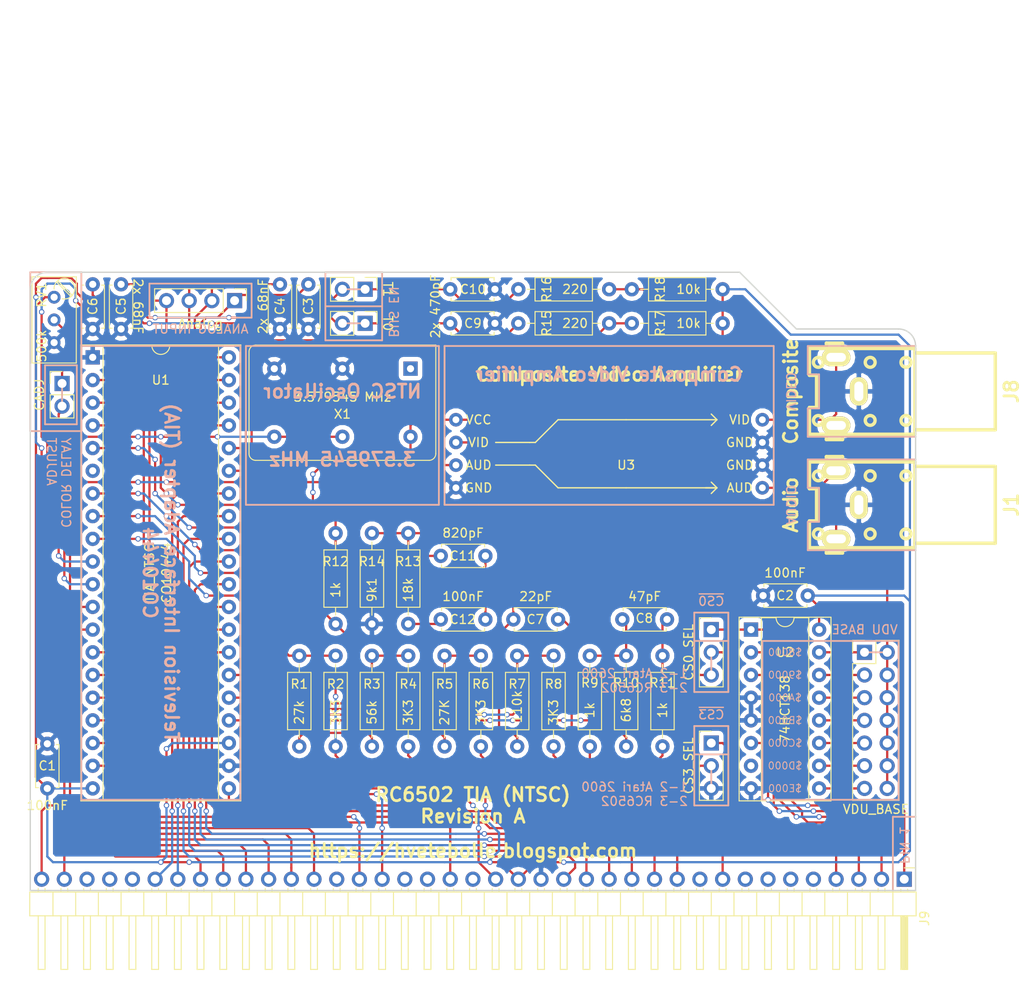
<source format=kicad_pcb>
(kicad_pcb (version 4) (host pcbnew 4.0.7)
  (layers (0 F.Cu signal) (31 B.Cu signal) (34 B.Paste user) (35 F.Paste user) (36 B.SilkS user) (37 F.SilkS user) (38 B.Mask user) (39 F.Mask user) (44 Edge.Cuts user))
  (net 0 "")
  (net 1 VCC)
  (net 2 "Net-(J2-Pad1)")
  (net 3 "Net-(J2-Pad3)")
  (net 4 "Net-(J2-Pad5)")
  (net 5 "Net-(J2-Pad7)")
  (net 6 "Net-(J2-Pad9)")
  (net 7 "Net-(J8-Pad2)")
  (net 8 GND)
  (net 9 "Net-(J2-Pad11)")
  (net 10 "Net-(J2-Pad13)")
  (net 11 /P0)
  (net 12 /P1)
  (net 13 /P2)
  (net 14 /P3)
  (net 15 "Net-(C7-Pad1)")
  (net 16 VIDEO)
  (net 17 /COLOR)
  (net 18 "Net-(C8-Pad2)")
  (net 19 /T0_IN)
  (net 20 /T1_IN)
  (net 21 AUDIO)
  (net 22 /AUD0)
  (net 23 "Net-(C12-Pad2)")
  (net 24 "Net-(J1-Pad2)")
  (net 25 TIA_BASE)
  (net 26 /A7)
  (net 27 /A5)
  (net 28 /A4)
  (net 29 /A3)
  (net 30 /A2)
  (net 31 /A1)
  (net 32 /A0)
  (net 33 /PHI2)
  (net 34 /PHI0)
  (net 35 /R/~W)
  (net 36 /RDY)
  (net 37 /D0)
  (net 38 /D1)
  (net 39 /D2)
  (net 40 /D3)
  (net 41 /D4)
  (net 42 /D5)
  (net 43 /D6)
  (net 44 /D7)
  (net 45 "Net-(J9-Pad38)")
  (net 46 "Net-(J9-Pad39)")
  (net 47 "Net-(JP1-Pad1)")
  (net 48 /CADJ)
  (net 49 /~CS0)
  (net 50 /~CS3)
  (net 51 /CSYNC)
  (net 52 /LUM1)
  (net 53 /LUM2)
  (net 54 /LUM0)
  (net 55 /OSC_IN)
  (net 56 /T1)
  (net 57 /T0)
  (net 58 /A15)
  (net 59 /A14)
  (net 60 /A13)
  (net 61 /A12)
  (module Capacitors_THT:C_Disc_D4.7mm_W2.5mm_P5.00mm (layer F.Cu) (at 54.61 132.715 90)
    (fp_text reference C1 (at 2.54 0 180) (layer F.SilkS))
    (fp_text value 100nF (at -1.905 0 180) (layer F.SilkS))
    (pad 1 thru_hole circle (at 0 0 90) (size 1.6 1.6) (drill 0.8) (layers *.Cu *.Mask) (net 1 VCC))
    (pad 2 thru_hole circle (at 5 0 90) (size 1.6 1.6) (drill 0.8) (layers *.Cu *.Mask) (net 8 GND))
  )
  (module Capacitors_THT:C_Disc_D4.7mm_W2.5mm_P5.00mm (layer F.Cu) (at 139.7 111.125 180)
    (fp_text reference C2 (at 2.54 0 360) (layer F.SilkS))
    (fp_text value 100nF (at 2.54 2.54 180) (layer F.SilkS))
    (pad 1 thru_hole circle (at 0 0 180) (size 1.6 1.6) (drill 0.8) (layers *.Cu *.Mask) (net 1 VCC))
    (pad 2 thru_hole circle (at 5 0 180) (size 1.6 1.6) (drill 0.8) (layers *.Cu *.Mask) (net 8 GND))
  )
  (module Housings_DIP:DIP-16_W7.62mm_Socket (layer F.Cu) (at 133.35 114.935)
    (fp_text reference U2 (at 3.81 2.54) (layer F.SilkS))
    (fp_text value 74HCT138 (at 3.81 8.89 90) (layer F.SilkS))
    (pad 1 thru_hole rect (at 0 0) (size 1.6 1.6) (drill 0.8) (layers *.Cu *.Mask) (net 61 /A12))
    (pad 9 thru_hole oval (at 7.62 17.78) (size 1.6 1.6) (drill 0.8) (layers *.Cu *.Mask) (net 10 "Net-(J2-Pad13)"))
    (pad 2 thru_hole oval (at 0 2.54) (size 1.6 1.6) (drill 0.8) (layers *.Cu *.Mask) (net 60 /A13))
    (pad 10 thru_hole oval (at 7.62 15.24) (size 1.6 1.6) (drill 0.8) (layers *.Cu *.Mask) (net 9 "Net-(J2-Pad11)"))
    (pad 3 thru_hole oval (at 0 5.08) (size 1.6 1.6) (drill 0.8) (layers *.Cu *.Mask) (net 59 /A14))
    (pad 11 thru_hole oval (at 7.62 12.7) (size 1.6 1.6) (drill 0.8) (layers *.Cu *.Mask) (net 6 "Net-(J2-Pad9)"))
    (pad 4 thru_hole oval (at 0 7.62) (size 1.6 1.6) (drill 0.8) (layers *.Cu *.Mask) (net 8 GND))
    (pad 12 thru_hole oval (at 7.62 10.16) (size 1.6 1.6) (drill 0.8) (layers *.Cu *.Mask) (net 5 "Net-(J2-Pad7)"))
    (pad 5 thru_hole oval (at 0 10.16) (size 1.6 1.6) (drill 0.8) (layers *.Cu *.Mask) (net 8 GND))
    (pad 13 thru_hole oval (at 7.62 7.62) (size 1.6 1.6) (drill 0.8) (layers *.Cu *.Mask) (net 4 "Net-(J2-Pad5)"))
    (pad 6 thru_hole oval (at 0 12.7) (size 1.6 1.6) (drill 0.8) (layers *.Cu *.Mask) (net 58 /A15))
    (pad 14 thru_hole oval (at 7.62 5.08) (size 1.6 1.6) (drill 0.8) (layers *.Cu *.Mask) (net 3 "Net-(J2-Pad3)"))
    (pad 7 thru_hole oval (at 0 15.24) (size 1.6 1.6) (drill 0.8) (layers *.Cu *.Mask))
    (pad 15 thru_hole oval (at 7.62 2.54) (size 1.6 1.6) (drill 0.8) (layers *.Cu *.Mask) (net 2 "Net-(J2-Pad1)"))
    (pad 8 thru_hole oval (at 0 17.78) (size 1.6 1.6) (drill 0.8) (layers *.Cu *.Mask) (net 8 GND))
    (pad 16 thru_hole oval (at 7.62 0) (size 1.6 1.6) (drill 0.8) (layers *.Cu *.Mask) (net 1 VCC))
  )
  (module Oscillator:Oscillator_DIP-14 (layer F.Cu) (at 95.25 85.725 180)
    (fp_text reference X1 (at 7.62 -5.08 180) (layer F.SilkS))
    (fp_text value "3.579545 MHz" (at 7.62 -3.175 180) (layer F.SilkS))
    (pad 7 thru_hole circle (at 7.62 0 180) (size 1.6 1.6) (drill 0.8) (layers *.Cu *.Mask) (net 8 GND))
    (pad 8 thru_hole circle (at 7.62 -7.62 180) (size 1.6 1.6) (drill 0.8) (layers *.Cu *.Mask) (net 55 /OSC_IN))
    (pad 1 thru_hole rect (at 0 0 180) (size 1.6 1.6) (drill 0.8) (layers *.Cu *.Mask))
    (pad 14 thru_hole circle (at 0 -7.62 180) (size 1.6 1.6) (drill 0.8) (layers *.Cu *.Mask) (net 1 VCC))
    (pad 8 thru_hole circle (at 15.24 -7.62 180) (size 1.6 1.6) (drill 0.8) (layers *.Cu *.Mask) (net 55 /OSC_IN))
    (pad 7 thru_hole circle (at 15.24 0 180) (size 1.6 1.6) (drill 0.8) (layers *.Cu *.Mask) (net 8 GND))
  )
  (module vdu_amplifier:Amplifier (layer F.Cu) (at 119.38 95.25)
    (fp_text reference U3 (at 0 1.27) (layer F.SilkS))
    (fp_text value VDU_Port)
    (fp_text user GND (at 12.7 -1.27) (layer F.SilkS))
    (fp_text user GND (at 12.7 1.27) (layer F.SilkS))
    (fp_text user AUD (at 12.7 3.81) (layer F.SilkS))
    (fp_text user VID (at 12.7 -3.81) (layer F.SilkS))
    (fp_text user AUD (at -16.51 1.27) (layer F.SilkS))
    (fp_text user VID (at -16.51 -1.27) (layer F.SilkS))
    (fp_text user GND (at -16.51 3.81) (layer F.SilkS))
    (fp_text user VCC (at -16.51 -3.81) (layer F.SilkS))
    (pad 1 thru_hole circle (at -19.05 -3.81) (size 1.524 1.524) (drill 0.762) (layers *.Cu *.Mask) (net 1 VCC))
    (pad 2 thru_hole circle (at -19.05 -1.27) (size 1.524 1.524) (drill 0.762) (layers *.Cu *.Mask) (net 16 VIDEO))
    (pad 4 thru_hole circle (at -19.05 1.27) (size 1.524 1.524) (drill 0.762) (layers *.Cu *.Mask) (net 21 AUDIO))
    (pad 6 thru_hole circle (at -19.05 3.81) (size 1.524 1.524) (drill 0.762) (layers *.Cu *.Mask) (net 8 GND))
    (pad 3 thru_hole circle (at 15.24 -3.81) (size 1.524 1.524) (drill 0.762) (layers *.Cu *.Mask) (net 7 "Net-(J8-Pad2)"))
    (pad 6 thru_hole circle (at 15.24 -1.27) (size 1.524 1.524) (drill 0.762) (layers *.Cu *.Mask) (net 8 GND))
    (pad 6 thru_hole circle (at 15.24 1.27) (size 1.524 1.524) (drill 0.762) (layers *.Cu *.Mask) (net 8 GND))
    (pad 5 thru_hole circle (at 15.24 3.81) (size 1.524 1.524) (drill 0.762) (layers *.Cu *.Mask) (net 24 "Net-(J1-Pad2)"))
  )
  (module Pin_Headers:Pin_Header_Straight_2x07_Pitch2.54mm (layer F.Cu) (at 146.05 117.475)
    (fp_text reference J2)
    (fp_text value VDU_BASE (at 1.27 17.57) (layer F.SilkS))
    (pad 1 thru_hole rect (at 0 0) (size 1.7 1.7) (drill 1) (layers *.Cu *.Mask) (net 2 "Net-(J2-Pad1)"))
    (pad 2 thru_hole oval (at 2.54 0) (size 1.7 1.7) (drill 1) (layers *.Cu *.Mask) (net 25 TIA_BASE))
    (pad 3 thru_hole oval (at 0 2.54) (size 1.7 1.7) (drill 1) (layers *.Cu *.Mask) (net 3 "Net-(J2-Pad3)"))
    (pad 4 thru_hole oval (at 2.54 2.54) (size 1.7 1.7) (drill 1) (layers *.Cu *.Mask) (net 25 TIA_BASE))
    (pad 5 thru_hole oval (at 0 5.08) (size 1.7 1.7) (drill 1) (layers *.Cu *.Mask) (net 4 "Net-(J2-Pad5)"))
    (pad 6 thru_hole oval (at 2.54 5.08) (size 1.7 1.7) (drill 1) (layers *.Cu *.Mask) (net 25 TIA_BASE))
    (pad 7 thru_hole oval (at 0 7.62) (size 1.7 1.7) (drill 1) (layers *.Cu *.Mask) (net 5 "Net-(J2-Pad7)"))
    (pad 8 thru_hole oval (at 2.54 7.62) (size 1.7 1.7) (drill 1) (layers *.Cu *.Mask) (net 25 TIA_BASE))
    (pad 9 thru_hole oval (at 0 10.16) (size 1.7 1.7) (drill 1) (layers *.Cu *.Mask) (net 6 "Net-(J2-Pad9)"))
    (pad 10 thru_hole oval (at 2.54 10.16) (size 1.7 1.7) (drill 1) (layers *.Cu *.Mask) (net 25 TIA_BASE))
    (pad 11 thru_hole oval (at 0 12.7) (size 1.7 1.7) (drill 1) (layers *.Cu *.Mask) (net 9 "Net-(J2-Pad11)"))
    (pad 12 thru_hole oval (at 2.54 12.7) (size 1.7 1.7) (drill 1) (layers *.Cu *.Mask) (net 25 TIA_BASE))
    (pad 13 thru_hole oval (at 0 15.24) (size 1.7 1.7) (drill 1) (layers *.Cu *.Mask) (net 10 "Net-(J2-Pad13)"))
    (pad 14 thru_hole oval (at 2.54 15.24) (size 1.7 1.7) (drill 1) (layers *.Cu *.Mask) (net 25 TIA_BASE))
  )
  (module Capacitors_THT:C_Disc_D4.7mm_W2.5mm_P5.00mm (layer F.Cu) (at 83.82 81.28 90)
    (fp_text reference C3 (at 2.54 0 90) (layer F.SilkS))
    (fp_text value 68nF)
    (pad 1 thru_hole circle (at 0 0 90) (size 1.6 1.6) (drill 0.8) (layers *.Cu *.Mask) (net 8 GND))
    (pad 2 thru_hole circle (at 5 0 90) (size 1.6 1.6) (drill 0.8) (layers *.Cu *.Mask) (net 11 /P0))
  )
  (module Capacitors_THT:C_Disc_D4.7mm_W2.5mm_P5.00mm (layer F.Cu) (at 80.645 81.28 90)
    (fp_text reference C4 (at 2.54 0 90) (layer F.SilkS))
    (fp_text value 68nF)
    (pad 1 thru_hole circle (at 0 0 90) (size 1.6 1.6) (drill 0.8) (layers *.Cu *.Mask) (net 8 GND))
    (pad 2 thru_hole circle (at 5 0 90) (size 1.6 1.6) (drill 0.8) (layers *.Cu *.Mask) (net 12 /P1))
  )
  (module Capacitors_THT:C_Disc_D4.7mm_W2.5mm_P5.00mm (layer F.Cu) (at 62.865 81.28 90)
    (fp_text reference C5 (at 2.54 0 90) (layer F.SilkS))
    (fp_text value 68nF)
    (pad 1 thru_hole circle (at 0 0 90) (size 1.6 1.6) (drill 0.8) (layers *.Cu *.Mask) (net 8 GND))
    (pad 2 thru_hole circle (at 5 0 90) (size 1.6 1.6) (drill 0.8) (layers *.Cu *.Mask) (net 13 /P2))
  )
  (module Capacitors_THT:C_Disc_D4.7mm_W2.5mm_P5.00mm (layer F.Cu) (at 59.69 81.28 90)
    (fp_text reference C6 (at 2.54 0 90) (layer F.SilkS))
    (fp_text value 68nF)
    (pad 1 thru_hole circle (at 0 0 90) (size 1.6 1.6) (drill 0.8) (layers *.Cu *.Mask) (net 8 GND))
    (pad 2 thru_hole circle (at 5 0 90) (size 1.6 1.6) (drill 0.8) (layers *.Cu *.Mask) (net 14 /P3))
  )
  (module Capacitors_THT:C_Disc_D4.7mm_W2.5mm_P5.00mm (layer F.Cu) (at 111.76 113.792 180)
    (fp_text reference C7 (at 2.54 0 180) (layer F.SilkS))
    (fp_text value 22pF (at 2.5 2.56 180) (layer F.SilkS))
    (pad 1 thru_hole circle (at 0 0 180) (size 1.6 1.6) (drill 0.8) (layers *.Cu *.Mask) (net 15 "Net-(C7-Pad1)"))
    (pad 2 thru_hole circle (at 5 0 180) (size 1.6 1.6) (drill 0.8) (layers *.Cu *.Mask) (net 16 VIDEO))
  )
  (module Capacitors_THT:C_Disc_D4.7mm_W2.5mm_P5.00mm (layer F.Cu) (at 123.952 113.792 180)
    (fp_text reference C8 (at 2.54 0.127 180) (layer F.SilkS))
    (fp_text value 47pF (at 2.5 2.56 180) (layer F.SilkS))
    (pad 1 thru_hole circle (at 0 0 180) (size 1.6 1.6) (drill 0.8) (layers *.Cu *.Mask) (net 17 /COLOR))
    (pad 2 thru_hole circle (at 5 0 180) (size 1.6 1.6) (drill 0.8) (layers *.Cu *.Mask) (net 18 "Net-(C8-Pad2)"))
  )
  (module Capacitors_THT:C_Disc_D4.7mm_W2.5mm_P5.00mm (layer F.Cu) (at 99.695 80.645)
    (fp_text reference C9 (at 2.54 0) (layer F.SilkS))
    (fp_text value 470pF)
    (pad 1 thru_hole circle (at 0 0) (size 1.6 1.6) (drill 0.8) (layers *.Cu *.Mask) (net 19 /T0_IN))
    (pad 2 thru_hole circle (at 5 0) (size 1.6 1.6) (drill 0.8) (layers *.Cu *.Mask) (net 8 GND))
  )
  (module Capacitors_THT:C_Disc_D4.7mm_W2.5mm_P5.00mm (layer F.Cu) (at 99.695 76.835)
    (fp_text reference C10 (at 2.54 0) (layer F.SilkS))
    (fp_text value 470pF)
    (pad 1 thru_hole circle (at 0 0) (size 1.6 1.6) (drill 0.8) (layers *.Cu *.Mask) (net 20 /T1_IN))
    (pad 2 thru_hole circle (at 5 0) (size 1.6 1.6) (drill 0.8) (layers *.Cu *.Mask) (net 8 GND))
  )
  (module Capacitors_THT:C_Disc_D4.7mm_W2.5mm_P5.00mm (layer F.Cu) (at 103.632 106.68 180)
    (fp_text reference C11 (at 2.54 0 180) (layer F.SilkS))
    (fp_text value 820pF (at 2.5 2.56 180) (layer F.SilkS))
    (pad 1 thru_hole circle (at 0 0 180) (size 1.6 1.6) (drill 0.8) (layers *.Cu *.Mask) (net 1 VCC))
    (pad 2 thru_hole circle (at 5 0 180) (size 1.6 1.6) (drill 0.8) (layers *.Cu *.Mask) (net 21 AUDIO))
  )
  (module Capacitors_THT:C_Disc_D4.7mm_W2.5mm_P5.00mm (layer F.Cu) (at 103.632 113.792 180)
    (fp_text reference C12 (at 2.54 0 180) (layer F.SilkS))
    (fp_text value 100nF (at 2.5 2.56 180) (layer F.SilkS))
    (pad 1 thru_hole circle (at 0 0 180) (size 1.6 1.6) (drill 0.8) (layers *.Cu *.Mask) (net 22 /AUD0))
    (pad 2 thru_hole circle (at 5 0 180) (size 1.6 1.6) (drill 0.8) (layers *.Cu *.Mask) (net 23 "Net-(C12-Pad2)"))
  )
  (module RCA:rca_yellow (layer F.Cu) (at 146.685 100.965 90)
    (fp_text reference J1 (at 0 15.7988 90) (layer F.SilkS) (effects (font (thickness 0.3048))))
    (fp_text value Audio (at 0 -8.89 90) (layer F.SilkS) (effects (font (thickness 0.3048))))
    (pad 2 thru_hole oval (at 3.81 -3.81 90) (size 1.99898 3.19786) (drill oval 0.99568 2.1971) (layers *.Cu *.Mask F.SilkS) (net 24 "Net-(J1-Pad2)"))
    (pad 1 thru_hole oval (at 0 -1.27 90) (size 3.19786 1.99898) (drill oval 2.1971 0.99568) (layers *.Cu *.Mask F.SilkS) (net 8 GND))
    (pad 2 thru_hole oval (at -3.81 -3.81 90) (size 1.99898 3.19786) (drill oval 0.99568 2.1971) (layers *.Cu *.Mask F.SilkS) (net 24 "Net-(J1-Pad2)"))
  )
  (module RCA:rca_yellow (layer F.Cu) (at 146.685 88.265 90)
    (fp_text reference J8 (at 0 15.7988 90) (layer F.SilkS) (effects (font (thickness 0.3048))))
    (fp_text value Composite (at 0 -8.89 90) (layer F.SilkS) (effects (font (thickness 0.3048))))
    (pad 2 thru_hole oval (at 3.81 -3.81 90) (size 1.99898 3.19786) (drill oval 0.99568 2.1971) (layers *.Cu *.Mask F.SilkS) (net 7 "Net-(J8-Pad2)"))
    (pad 1 thru_hole oval (at 0 -1.27 90) (size 3.19786 1.99898) (drill oval 2.1971 0.99568) (layers *.Cu *.Mask F.SilkS) (net 8 GND))
    (pad 2 thru_hole oval (at -3.81 -3.81 90) (size 1.99898 3.19786) (drill oval 0.99568 2.1971) (layers *.Cu *.Mask F.SilkS) (net 7 "Net-(J8-Pad2)"))
  )
  (module Pin_Headers:Pin_Header_Angled_1x39_Pitch2.54mm (layer F.Cu) (at 150.495 142.875 270)
    (fp_text reference J9 (at 4.385 -2.27 270) (layer F.SilkS))
    (fp_text value RC6502_Backplane_Extra)
    (pad 1 thru_hole rect (at 0 0 270) (size 1.7 1.7) (drill 1) (layers *.Cu *.Mask) (net 58 /A15))
    (pad 2 thru_hole oval (at 0 2.54 270) (size 1.7 1.7) (drill 1) (layers *.Cu *.Mask) (net 59 /A14))
    (pad 3 thru_hole oval (at 0 5.08 270) (size 1.7 1.7) (drill 1) (layers *.Cu *.Mask) (net 60 /A13))
    (pad 4 thru_hole oval (at 0 7.62 270) (size 1.7 1.7) (drill 1) (layers *.Cu *.Mask) (net 61 /A12))
    (pad 5 thru_hole oval (at 0 10.16 270) (size 1.7 1.7) (drill 1) (layers *.Cu *.Mask))
    (pad 6 thru_hole oval (at 0 12.7 270) (size 1.7 1.7) (drill 1) (layers *.Cu *.Mask))
    (pad 7 thru_hole oval (at 0 15.24 270) (size 1.7 1.7) (drill 1) (layers *.Cu *.Mask))
    (pad 8 thru_hole oval (at 0 17.78 270) (size 1.7 1.7) (drill 1) (layers *.Cu *.Mask))
    (pad 9 thru_hole oval (at 0 20.32 270) (size 1.7 1.7) (drill 1) (layers *.Cu *.Mask) (net 26 /A7))
    (pad 10 thru_hole oval (at 0 22.86 270) (size 1.7 1.7) (drill 1) (layers *.Cu *.Mask))
    (pad 11 thru_hole oval (at 0 25.4 270) (size 1.7 1.7) (drill 1) (layers *.Cu *.Mask) (net 27 /A5))
    (pad 12 thru_hole oval (at 0 27.94 270) (size 1.7 1.7) (drill 1) (layers *.Cu *.Mask) (net 28 /A4))
    (pad 13 thru_hole oval (at 0 30.48 270) (size 1.7 1.7) (drill 1) (layers *.Cu *.Mask) (net 29 /A3))
    (pad 14 thru_hole oval (at 0 33.02 270) (size 1.7 1.7) (drill 1) (layers *.Cu *.Mask) (net 30 /A2))
    (pad 15 thru_hole oval (at 0 35.56 270) (size 1.7 1.7) (drill 1) (layers *.Cu *.Mask) (net 31 /A1))
    (pad 16 thru_hole oval (at 0 38.1 270) (size 1.7 1.7) (drill 1) (layers *.Cu *.Mask) (net 32 /A0))
    (pad 17 thru_hole oval (at 0 40.64 270) (size 1.7 1.7) (drill 1) (layers *.Cu *.Mask) (net 8 GND))
    (pad 18 thru_hole oval (at 0 43.18 270) (size 1.7 1.7) (drill 1) (layers *.Cu *.Mask) (net 1 VCC))
    (pad 19 thru_hole oval (at 0 45.72 270) (size 1.7 1.7) (drill 1) (layers *.Cu *.Mask) (net 33 /PHI2))
    (pad 20 thru_hole oval (at 0 48.26 270) (size 1.7 1.7) (drill 1) (layers *.Cu *.Mask))
    (pad 21 thru_hole oval (at 0 50.8 270) (size 1.7 1.7) (drill 1) (layers *.Cu *.Mask) (net 34 /PHI0))
    (pad 22 thru_hole oval (at 0 53.34 270) (size 1.7 1.7) (drill 1) (layers *.Cu *.Mask))
    (pad 23 thru_hole oval (at 0 55.88 270) (size 1.7 1.7) (drill 1) (layers *.Cu *.Mask))
    (pad 24 thru_hole oval (at 0 58.42 270) (size 1.7 1.7) (drill 1) (layers *.Cu *.Mask) (net 35 /R/~W))
    (pad 25 thru_hole oval (at 0 60.96 270) (size 1.7 1.7) (drill 1) (layers *.Cu *.Mask) (net 36 /RDY))
    (pad 26 thru_hole oval (at 0 63.5 270) (size 1.7 1.7) (drill 1) (layers *.Cu *.Mask))
    (pad 27 thru_hole oval (at 0 66.04 270) (size 1.7 1.7) (drill 1) (layers *.Cu *.Mask) (net 37 /D0))
    (pad 28 thru_hole oval (at 0 68.58 270) (size 1.7 1.7) (drill 1) (layers *.Cu *.Mask) (net 38 /D1))
    (pad 29 thru_hole oval (at 0 71.12 270) (size 1.7 1.7) (drill 1) (layers *.Cu *.Mask) (net 39 /D2))
    (pad 30 thru_hole oval (at 0 73.66 270) (size 1.7 1.7) (drill 1) (layers *.Cu *.Mask) (net 40 /D3))
    (pad 31 thru_hole oval (at 0 76.2 270) (size 1.7 1.7) (drill 1) (layers *.Cu *.Mask) (net 41 /D4))
    (pad 32 thru_hole oval (at 0 78.74 270) (size 1.7 1.7) (drill 1) (layers *.Cu *.Mask) (net 42 /D5))
    (pad 33 thru_hole oval (at 0 81.28 270) (size 1.7 1.7) (drill 1) (layers *.Cu *.Mask) (net 43 /D6))
    (pad 34 thru_hole oval (at 0 83.82 270) (size 1.7 1.7) (drill 1) (layers *.Cu *.Mask) (net 44 /D7))
    (pad 35 thru_hole oval (at 0 86.36 270) (size 1.7 1.7) (drill 1) (layers *.Cu *.Mask))
    (pad 36 thru_hole oval (at 0 88.9 270) (size 1.7 1.7) (drill 1) (layers *.Cu *.Mask))
    (pad 37 thru_hole oval (at 0 91.44 270) (size 1.7 1.7) (drill 1) (layers *.Cu *.Mask))
    (pad 38 thru_hole oval (at 0 93.98 270) (size 1.7 1.7) (drill 1) (layers *.Cu *.Mask) (net 45 "Net-(J9-Pad38)"))
    (pad 39 thru_hole oval (at 0 96.52 270) (size 1.7 1.7) (drill 1) (layers *.Cu *.Mask) (net 46 "Net-(J9-Pad39)"))
  )
  (module Pin_Headers:Pin_Header_Straight_1x02_Pitch2.54mm (layer F.Cu) (at 56.261 87.376)
    (fp_text reference JP1)
    (fp_text value CADJ (at -2.54 1.27 90) (layer F.SilkS))
    (pad 1 thru_hole rect (at 0 0) (size 1.7 1.7) (drill 1) (layers *.Cu *.Mask) (net 47 "Net-(JP1-Pad1)"))
    (pad 2 thru_hole oval (at 0 2.54) (size 1.7 1.7) (drill 1) (layers *.Cu *.Mask) (net 48 /CADJ))
  )
  (module Pin_Headers:Pin_Header_Straight_1x03_Pitch2.54mm (layer F.Cu) (at 128.905 114.935)
    (fp_text reference JP2)
    (fp_text value CS0_SEL (at -2.54 2.54 90) (layer F.SilkS))
    (pad 1 thru_hole rect (at 0 0) (size 1.7 1.7) (drill 1) (layers *.Cu *.Mask) (net 61 /A12))
    (pad 2 thru_hole oval (at 0 2.54) (size 1.7 1.7) (drill 1) (layers *.Cu *.Mask) (net 49 /~CS0))
    (pad 3 thru_hole oval (at 0 5.08) (size 1.7 1.7) (drill 1) (layers *.Cu *.Mask) (net 25 TIA_BASE))
  )
  (module Pin_Headers:Pin_Header_Straight_1x03_Pitch2.54mm (layer F.Cu) (at 128.905 127.635)
    (fp_text reference JP3)
    (fp_text value CS3_SEL (at -2.54 2.54 90) (layer F.SilkS))
    (pad 1 thru_hole rect (at 0 0) (size 1.7 1.7) (drill 1) (layers *.Cu *.Mask) (net 26 /A7))
    (pad 2 thru_hole oval (at 0 2.54) (size 1.7 1.7) (drill 1) (layers *.Cu *.Mask) (net 50 /~CS3))
    (pad 3 thru_hole oval (at 0 5.08) (size 1.7 1.7) (drill 1) (layers *.Cu *.Mask) (net 8 GND))
  )
  (module Pin_Headers:Pin_Header_Straight_1x02_Pitch2.54mm (layer F.Cu) (at 90.17 76.835 270)
    (fp_text reference JP4)
    (fp_text value T1_EN)
    (pad 1 thru_hole rect (at 0 0 270) (size 1.7 1.7) (drill 1) (layers *.Cu *.Mask) (net 20 /T1_IN))
    (pad 2 thru_hole oval (at 0 2.54 270) (size 1.7 1.7) (drill 1) (layers *.Cu *.Mask) (net 46 "Net-(J9-Pad39)"))
  )
  (module Pin_Headers:Pin_Header_Straight_1x02_Pitch2.54mm (layer F.Cu) (at 90.17 80.645 270)
    (fp_text reference JP5)
    (fp_text value T0_EN)
    (pad 1 thru_hole rect (at 0 0 270) (size 1.7 1.7) (drill 1) (layers *.Cu *.Mask) (net 19 /T0_IN))
    (pad 2 thru_hole oval (at 0 2.54 270) (size 1.7 1.7) (drill 1) (layers *.Cu *.Mask) (net 45 "Net-(J9-Pad38)"))
  )
  (module Resistors_THT:R_Axial_DIN0207_L6.3mm_D2.5mm_P10.16mm_Horizontal (layer F.Cu) (at 82.804 117.856 270)
    (fp_text reference R1 (at 3.175 0 360) (layer F.SilkS))
    (fp_text value 27k (at 6.35 0 270) (layer F.SilkS))
    (pad 1 thru_hole circle (at 0 0 270) (size 1.6 1.6) (drill 0.8) (layers *.Cu *.Mask) (net 51 /CSYNC))
    (pad 2 thru_hole oval (at 10.16 0 270) (size 1.6 1.6) (drill 0.8) (layers *.Cu *.Mask) (net 16 VIDEO))
  )
  (module Resistors_THT:R_Axial_DIN0207_L6.3mm_D2.5mm_P10.16mm_Horizontal (layer F.Cu) (at 86.868 117.856 270)
    (fp_text reference R2 (at 3.175 0 360) (layer F.SilkS))
    (fp_text value 3K3 (at 6.35 0 270) (layer F.SilkS))
    (pad 1 thru_hole circle (at 0 0 270) (size 1.6 1.6) (drill 0.8) (layers *.Cu *.Mask) (net 51 /CSYNC))
    (pad 2 thru_hole oval (at 10.16 0 270) (size 1.6 1.6) (drill 0.8) (layers *.Cu *.Mask) (net 1 VCC))
  )
  (module Resistors_THT:R_Axial_DIN0207_L6.3mm_D2.5mm_P10.16mm_Horizontal (layer F.Cu) (at 90.932 117.856 270)
    (fp_text reference R3 (at 3.175 0 360) (layer F.SilkS))
    (fp_text value 56k (at 6.35 0 270) (layer F.SilkS))
    (pad 1 thru_hole circle (at 0 0 270) (size 1.6 1.6) (drill 0.8) (layers *.Cu *.Mask) (net 52 /LUM1))
    (pad 2 thru_hole oval (at 10.16 0 270) (size 1.6 1.6) (drill 0.8) (layers *.Cu *.Mask) (net 16 VIDEO))
  )
  (module Resistors_THT:R_Axial_DIN0207_L6.3mm_D2.5mm_P10.16mm_Horizontal (layer F.Cu) (at 94.996 117.856 270)
    (fp_text reference R4 (at 3.175 0 360) (layer F.SilkS))
    (fp_text value 3K3 (at 6.35 0 270) (layer F.SilkS))
    (pad 1 thru_hole circle (at 0 0 270) (size 1.6 1.6) (drill 0.8) (layers *.Cu *.Mask) (net 52 /LUM1))
    (pad 2 thru_hole oval (at 10.16 0 270) (size 1.6 1.6) (drill 0.8) (layers *.Cu *.Mask) (net 1 VCC))
  )
  (module Resistors_THT:R_Axial_DIN0207_L6.3mm_D2.5mm_P10.16mm_Horizontal (layer F.Cu) (at 99.06 117.856 270)
    (fp_text reference R5 (at 3.175 0 360) (layer F.SilkS))
    (fp_text value 27K (at 6.35 0 270) (layer F.SilkS))
    (pad 1 thru_hole circle (at 0 0 270) (size 1.6 1.6) (drill 0.8) (layers *.Cu *.Mask) (net 53 /LUM2))
    (pad 2 thru_hole oval (at 10.16 0 270) (size 1.6 1.6) (drill 0.8) (layers *.Cu *.Mask) (net 16 VIDEO))
  )
  (module Resistors_THT:R_Axial_DIN0207_L6.3mm_D2.5mm_P10.16mm_Horizontal (layer F.Cu) (at 103.124 117.856 270)
    (fp_text reference R6 (at 3.175 0 360) (layer F.SilkS))
    (fp_text value 3K3 (at 6.35 0 270) (layer F.SilkS))
    (pad 1 thru_hole circle (at 0 0 270) (size 1.6 1.6) (drill 0.8) (layers *.Cu *.Mask) (net 53 /LUM2))
    (pad 2 thru_hole oval (at 10.16 0 270) (size 1.6 1.6) (drill 0.8) (layers *.Cu *.Mask) (net 1 VCC))
  )
  (module Resistors_THT:R_Axial_DIN0207_L6.3mm_D2.5mm_P10.16mm_Horizontal (layer F.Cu) (at 107.188 117.856 270)
    (fp_text reference R7 (at 3.175 0 360) (layer F.SilkS))
    (fp_text value 110k (at 5.715 0 270) (layer F.SilkS))
    (pad 1 thru_hole circle (at 0 0 270) (size 1.6 1.6) (drill 0.8) (layers *.Cu *.Mask) (net 54 /LUM0))
    (pad 2 thru_hole oval (at 10.16 0 270) (size 1.6 1.6) (drill 0.8) (layers *.Cu *.Mask) (net 16 VIDEO))
  )
  (module Resistors_THT:R_Axial_DIN0207_L6.3mm_D2.5mm_P10.16mm_Horizontal (layer F.Cu) (at 111.252 117.856 270)
    (fp_text reference R8 (at 3.175 0 360) (layer F.SilkS))
    (fp_text value 3K3 (at 6.35 0 270) (layer F.SilkS))
    (pad 1 thru_hole circle (at 0 0 270) (size 1.6 1.6) (drill 0.8) (layers *.Cu *.Mask) (net 54 /LUM0))
    (pad 2 thru_hole oval (at 10.16 0 270) (size 1.6 1.6) (drill 0.8) (layers *.Cu *.Mask) (net 1 VCC))
  )
  (module Resistors_THT:R_Axial_DIN0207_L6.3mm_D2.5mm_P10.16mm_Horizontal (layer F.Cu) (at 115.316 117.856 270)
    (fp_text reference R9 (at 3.048 0 360) (layer F.SilkS))
    (fp_text value 1k (at 6.096 0 270) (layer F.SilkS))
    (pad 1 thru_hole circle (at 0 0 270) (size 1.6 1.6) (drill 0.8) (layers *.Cu *.Mask) (net 18 "Net-(C8-Pad2)"))
    (pad 2 thru_hole oval (at 10.16 0 270) (size 1.6 1.6) (drill 0.8) (layers *.Cu *.Mask) (net 1 VCC))
  )
  (module Resistors_THT:R_Axial_DIN0207_L6.3mm_D2.5mm_P10.16mm_Horizontal (layer F.Cu) (at 119.38 117.856 270)
    (fp_text reference R10 (at 3.048 0 360) (layer F.SilkS))
    (fp_text value 6k8 (at 6.096 0 270) (layer F.SilkS))
    (pad 1 thru_hole circle (at 0 0 270) (size 1.6 1.6) (drill 0.8) (layers *.Cu *.Mask) (net 18 "Net-(C8-Pad2)"))
    (pad 2 thru_hole oval (at 10.16 0 270) (size 1.6 1.6) (drill 0.8) (layers *.Cu *.Mask) (net 15 "Net-(C7-Pad1)"))
  )
  (module Resistors_THT:R_Axial_DIN0207_L6.3mm_D2.5mm_P10.16mm_Horizontal (layer F.Cu) (at 123.444 117.856 270)
    (fp_text reference R11 (at 3.048 0 360) (layer F.SilkS))
    (fp_text value 1k (at 6.096 0 270) (layer F.SilkS))
    (pad 1 thru_hole circle (at 0 0 270) (size 1.6 1.6) (drill 0.8) (layers *.Cu *.Mask) (net 17 /COLOR))
    (pad 2 thru_hole oval (at 10.16 0 270) (size 1.6 1.6) (drill 0.8) (layers *.Cu *.Mask) (net 1 VCC))
  )
  (module Resistors_THT:R_Axial_DIN0207_L6.3mm_D2.5mm_P10.16mm_Horizontal (layer F.Cu) (at 86.868 104.14 270)
    (fp_text reference R12 (at 3.175 0 360) (layer F.SilkS))
    (fp_text value 1k (at 6.35 0 270) (layer F.SilkS))
    (pad 1 thru_hole circle (at 0 0 270) (size 1.6 1.6) (drill 0.8) (layers *.Cu *.Mask) (net 22 /AUD0))
    (pad 2 thru_hole oval (at 10.16 0 270) (size 1.6 1.6) (drill 0.8) (layers *.Cu *.Mask) (net 1 VCC))
  )
  (module Resistors_THT:R_Axial_DIN0207_L6.3mm_D2.5mm_P10.16mm_Horizontal (layer F.Cu) (at 94.996 104.14 270)
    (fp_text reference R13 (at 3.175 0 360) (layer F.SilkS))
    (fp_text value 18k (at 6.35 0 270) (layer F.SilkS))
    (pad 1 thru_hole circle (at 0 0 270) (size 1.6 1.6) (drill 0.8) (layers *.Cu *.Mask) (net 21 AUDIO))
    (pad 2 thru_hole oval (at 10.16 0 270) (size 1.6 1.6) (drill 0.8) (layers *.Cu *.Mask) (net 23 "Net-(C12-Pad2)"))
  )
  (module Resistors_THT:R_Axial_DIN0207_L6.3mm_D2.5mm_P10.16mm_Horizontal (layer F.Cu) (at 90.932 104.14 270)
    (fp_text reference R14 (at 3.175 0 360) (layer F.SilkS))
    (fp_text value 9k1 (at 6.35 0 270) (layer F.SilkS))
    (pad 1 thru_hole circle (at 0 0 270) (size 1.6 1.6) (drill 0.8) (layers *.Cu *.Mask) (net 21 AUDIO))
    (pad 2 thru_hole oval (at 10.16 0 270) (size 1.6 1.6) (drill 0.8) (layers *.Cu *.Mask) (net 8 GND))
  )
  (module Resistors_THT:R_Axial_DIN0207_L6.3mm_D2.5mm_P10.16mm_Horizontal (layer F.Cu) (at 117.475 80.645 180)
    (fp_text reference R15 (at 6.985 0 450) (layer F.SilkS))
    (fp_text value 220 (at 3.81 0 180) (layer F.SilkS))
    (pad 1 thru_hole circle (at 0 0 180) (size 1.6 1.6) (drill 0.8) (layers *.Cu *.Mask) (net 57 /T0))
    (pad 2 thru_hole oval (at 10.16 0 180) (size 1.6 1.6) (drill 0.8) (layers *.Cu *.Mask) (net 19 /T0_IN))
  )
  (module Resistors_THT:R_Axial_DIN0207_L6.3mm_D2.5mm_P10.16mm_Horizontal (layer F.Cu) (at 117.475 76.835 180)
    (fp_text reference R16 (at 6.985 0 270) (layer F.SilkS))
    (fp_text value 220 (at 3.81 0 180) (layer F.SilkS))
    (pad 1 thru_hole circle (at 0 0 180) (size 1.6 1.6) (drill 0.8) (layers *.Cu *.Mask) (net 56 /T1))
    (pad 2 thru_hole oval (at 10.16 0 180) (size 1.6 1.6) (drill 0.8) (layers *.Cu *.Mask) (net 20 /T1_IN))
  )
  (module Resistors_THT:R_Axial_DIN0207_L6.3mm_D2.5mm_P10.16mm_Horizontal (layer F.Cu) (at 130.175 80.645 180)
    (fp_text reference R17 (at 6.985 0 270) (layer F.SilkS))
    (fp_text value 10k (at 3.81 0 180) (layer F.SilkS))
    (pad 1 thru_hole circle (at 0 0 180) (size 1.6 1.6) (drill 0.8) (layers *.Cu *.Mask) (net 1 VCC))
    (pad 2 thru_hole oval (at 10.16 0 180) (size 1.6 1.6) (drill 0.8) (layers *.Cu *.Mask) (net 57 /T0))
  )
  (module Resistors_THT:R_Axial_DIN0207_L6.3mm_D2.5mm_P10.16mm_Horizontal (layer F.Cu) (at 130.175 76.835 180)
    (fp_text reference R18 (at 6.985 0 270) (layer F.SilkS))
    (fp_text value 10k (at 3.81 0 180) (layer F.SilkS))
    (pad 1 thru_hole circle (at 0 0 180) (size 1.6 1.6) (drill 0.8) (layers *.Cu *.Mask) (net 1 VCC))
    (pad 2 thru_hole oval (at 10.16 0 180) (size 1.6 1.6) (drill 0.8) (layers *.Cu *.Mask) (net 56 /T1))
  )
  (module Potentiometers:Potentiometer_Trimmer_Bourns_3296W (layer F.Cu) (at 55.372 77.724 90)
    (fp_text reference RV1 (at 0.254 -1.397 90) (layer F.SilkS))
    (fp_text value 500k (at -5.461 -1.397 90) (layer F.SilkS))
    (pad 1 thru_hole circle (at 0 0 90) (size 1.44 1.44) (drill 0.8) (layers *.Cu *.Mask) (net 1 VCC))
    (pad 2 thru_hole circle (at -2.54 0 90) (size 1.44 1.44) (drill 0.8) (layers *.Cu *.Mask) (net 47 "Net-(JP1-Pad1)"))
    (pad 3 thru_hole circle (at -5.08 0 90) (size 1.44 1.44) (drill 0.8) (layers *.Cu *.Mask) (net 8 GND))
  )
  (module Housings_DIP:DIP-40_W15.24mm_Socket (layer F.Cu) (at 59.69 84.455)
    (fp_text reference U1 (at 7.62 2.54) (layer F.SilkS))
    (fp_text value TIA_NTSC (at 6.35 24.13 90) (layer F.SilkS))
    (pad 1 thru_hole rect (at 0 0) (size 1.6 1.6) (drill 0.8) (layers *.Cu *.Mask) (net 8 GND))
    (pad 21 thru_hole oval (at 15.24 48.26) (size 1.6 1.6) (drill 0.8) (layers *.Cu *.Mask) (net 50 /~CS3))
    (pad 2 thru_hole oval (at 0 2.54) (size 1.6 1.6) (drill 0.8) (layers *.Cu *.Mask) (net 51 /CSYNC))
    (pad 22 thru_hole oval (at 15.24 45.72) (size 1.6 1.6) (drill 0.8) (layers *.Cu *.Mask) (net 8 GND))
    (pad 3 thru_hole oval (at 0 5.08) (size 1.6 1.6) (drill 0.8) (layers *.Cu *.Mask) (net 36 /RDY))
    (pad 23 thru_hole oval (at 15.24 43.18) (size 1.6 1.6) (drill 0.8) (layers *.Cu *.Mask) (net 1 VCC))
    (pad 4 thru_hole oval (at 0 7.62) (size 1.6 1.6) (drill 0.8) (layers *.Cu *.Mask) (net 34 /PHI0))
    (pad 24 thru_hole oval (at 15.24 40.64) (size 1.6 1.6) (drill 0.8) (layers *.Cu *.Mask) (net 49 /~CS0))
    (pad 5 thru_hole oval (at 0 10.16) (size 1.6 1.6) (drill 0.8) (layers *.Cu *.Mask) (net 52 /LUM1))
    (pad 25 thru_hole oval (at 15.24 38.1) (size 1.6 1.6) (drill 0.8) (layers *.Cu *.Mask) (net 35 /R/~W))
    (pad 6 thru_hole oval (at 0 12.7) (size 1.6 1.6) (drill 0.8) (layers *.Cu *.Mask))
    (pad 26 thru_hole oval (at 15.24 35.56) (size 1.6 1.6) (drill 0.8) (layers *.Cu *.Mask) (net 33 /PHI2))
    (pad 7 thru_hole oval (at 0 15.24) (size 1.6 1.6) (drill 0.8) (layers *.Cu *.Mask) (net 53 /LUM2))
    (pad 27 thru_hole oval (at 15.24 33.02) (size 1.6 1.6) (drill 0.8) (layers *.Cu *.Mask) (net 27 /A5))
    (pad 8 thru_hole oval (at 0 17.78) (size 1.6 1.6) (drill 0.8) (layers *.Cu *.Mask) (net 54 /LUM0))
    (pad 28 thru_hole oval (at 15.24 30.48) (size 1.6 1.6) (drill 0.8) (layers *.Cu *.Mask) (net 28 /A4))
    (pad 9 thru_hole oval (at 0 20.32) (size 1.6 1.6) (drill 0.8) (layers *.Cu *.Mask) (net 17 /COLOR))
    (pad 29 thru_hole oval (at 15.24 27.94) (size 1.6 1.6) (drill 0.8) (layers *.Cu *.Mask) (net 29 /A3))
    (pad 10 thru_hole oval (at 0 22.86) (size 1.6 1.6) (drill 0.8) (layers *.Cu *.Mask) (net 48 /CADJ))
    (pad 30 thru_hole oval (at 15.24 25.4) (size 1.6 1.6) (drill 0.8) (layers *.Cu *.Mask) (net 30 /A2))
    (pad 11 thru_hole oval (at 0 25.4) (size 1.6 1.6) (drill 0.8) (layers *.Cu *.Mask) (net 55 /OSC_IN))
    (pad 31 thru_hole oval (at 15.24 22.86) (size 1.6 1.6) (drill 0.8) (layers *.Cu *.Mask) (net 31 /A1))
    (pad 12 thru_hole oval (at 0 27.94) (size 1.6 1.6) (drill 0.8) (layers *.Cu *.Mask) (net 22 /AUD0))
    (pad 32 thru_hole oval (at 15.24 20.32) (size 1.6 1.6) (drill 0.8) (layers *.Cu *.Mask) (net 32 /A0))
    (pad 13 thru_hole oval (at 0 30.48) (size 1.6 1.6) (drill 0.8) (layers *.Cu *.Mask) (net 22 /AUD0))
    (pad 33 thru_hole oval (at 15.24 17.78) (size 1.6 1.6) (drill 0.8) (layers *.Cu *.Mask) (net 43 /D6))
    (pad 14 thru_hole oval (at 0 33.02) (size 1.6 1.6) (drill 0.8) (layers *.Cu *.Mask) (net 37 /D0))
    (pad 34 thru_hole oval (at 15.24 15.24) (size 1.6 1.6) (drill 0.8) (layers *.Cu *.Mask) (net 44 /D7))
    (pad 15 thru_hole oval (at 0 35.56) (size 1.6 1.6) (drill 0.8) (layers *.Cu *.Mask) (net 38 /D1))
    (pad 35 thru_hole oval (at 15.24 12.7) (size 1.6 1.6) (drill 0.8) (layers *.Cu *.Mask) (net 56 /T1))
    (pad 16 thru_hole oval (at 0 38.1) (size 1.6 1.6) (drill 0.8) (layers *.Cu *.Mask) (net 39 /D2))
    (pad 36 thru_hole oval (at 15.24 10.16) (size 1.6 1.6) (drill 0.8) (layers *.Cu *.Mask) (net 57 /T0))
    (pad 17 thru_hole oval (at 0 40.64) (size 1.6 1.6) (drill 0.8) (layers *.Cu *.Mask) (net 40 /D3))
    (pad 37 thru_hole oval (at 15.24 7.62) (size 1.6 1.6) (drill 0.8) (layers *.Cu *.Mask) (net 14 /P3))
    (pad 18 thru_hole oval (at 0 43.18) (size 1.6 1.6) (drill 0.8) (layers *.Cu *.Mask) (net 41 /D4))
    (pad 38 thru_hole oval (at 15.24 5.08) (size 1.6 1.6) (drill 0.8) (layers *.Cu *.Mask) (net 13 /P2))
    (pad 19 thru_hole oval (at 0 45.72) (size 1.6 1.6) (drill 0.8) (layers *.Cu *.Mask) (net 42 /D5))
    (pad 39 thru_hole oval (at 15.24 2.54) (size 1.6 1.6) (drill 0.8) (layers *.Cu *.Mask) (net 12 /P1))
    (pad 20 thru_hole oval (at 0 48.26) (size 1.6 1.6) (drill 0.8) (layers *.Cu *.Mask) (net 1 VCC))
    (pad 40 thru_hole oval (at 15.24 0) (size 1.6 1.6) (drill 0.8) (layers *.Cu *.Mask) (net 11 /P0))
  )
  (module Pin_Headers:Pin_Header_Straight_1x04_Pitch2.54mm (layer F.Cu) (at 75.565 78.105 270)
    (fp_text reference J3)
    (fp_text value Analog (at 2.54 3.81 360) (layer F.SilkS))
    (pad 1 thru_hole rect (at 0 0 270) (size 1.7 1.7) (drill 1) (layers *.Cu *.Mask) (net 11 /P0))
    (pad 2 thru_hole oval (at 0 2.54 270) (size 1.7 1.7) (drill 1) (layers *.Cu *.Mask) (net 12 /P1))
    (pad 3 thru_hole oval (at 0 5.08 270) (size 1.7 1.7) (drill 1) (layers *.Cu *.Mask) (net 13 /P2))
    (pad 4 thru_hole oval (at 0 7.62 270) (size 1.7 1.7) (drill 1) (layers *.Cu *.Mask) (net 14 /P3))
  )
  (gr_line (start 146.05 117.475) (end 148.59 117.475) (angle 90) (layer B.SilkS) (width 0.2))
  (gr_text "PIN 1" (at 150.495 139.065 270) (layer B.SilkS) (effects (font (size 1 1)) (justify mirror)))
  (gr_line (start 149.225 135.89) (end 151.765 135.89) (angle 90) (layer B.SilkS) (width 0.2))
  (gr_line (start 149.225 144.145) (end 149.225 135.89) (angle 90) (layer B.SilkS) (width 0.2))
  (gr_text "3.579545 MHz" (at 87.63 95.885) (layer B.SilkS) (effects (font (size 1.5 1.5) (thickness 0.3)) (justify mirror)))
  (gr_text "NTSC Oscillator" (at 87.63 88.265) (layer B.SilkS) (effects (font (size 1.5 1.5) (thickness 0.3)) (justify mirror)))
  (gr_line (start 98.425 100.965) (end 98.425 83.185) (angle 90) (layer B.SilkS) (width 0.2))
  (gr_line (start 76.835 100.965) (end 98.425 100.965) (angle 90) (layer B.SilkS) (width 0.2))
  (gr_line (start 76.835 83.185) (end 76.835 100.965) (angle 90) (layer B.SilkS) (width 0.2))
  (gr_line (start 98.425 83.185) (end 76.835 83.185) (angle 90) (layer B.SilkS) (width 0.2))
  (gr_line (start 139.7 86.36) (end 139.7 83.185) (angle 90) (layer B.SilkS) (width 0.2))
  (gr_line (start 140.97 86.36) (end 139.7 86.36) (angle 90) (layer B.SilkS) (width 0.2))
  (gr_line (start 140.97 90.17) (end 140.97 86.36) (angle 90) (layer B.SilkS) (width 0.2))
  (gr_line (start 139.7 90.17) (end 140.97 90.17) (angle 90) (layer B.SilkS) (width 0.2))
  (gr_line (start 139.7 93.345) (end 139.7 90.17) (angle 90) (layer B.SilkS) (width 0.2))
  (gr_line (start 139.7 99.06) (end 139.7 95.885) (angle 90) (layer B.SilkS) (width 0.2))
  (gr_line (start 140.97 99.06) (end 139.7 99.06) (angle 90) (layer B.SilkS) (width 0.2))
  (gr_line (start 140.97 102.87) (end 140.97 99.06) (angle 90) (layer B.SilkS) (width 0.2))
  (gr_line (start 139.7 102.87) (end 140.97 102.87) (angle 90) (layer B.SilkS) (width 0.2))
  (gr_line (start 139.7 106.045) (end 139.7 102.87) (angle 90) (layer B.SilkS) (width 0.2))
  (gr_line (start 139.7 106.045) (end 151.765 106.045) (angle 90) (layer B.SilkS) (width 0.2))
  (gr_line (start 139.7 95.885) (end 151.765 95.885) (angle 90) (layer B.SilkS) (width 0.2))
  (gr_line (start 139.7 93.345) (end 151.765 93.345) (angle 90) (layer B.SilkS) (width 0.2))
  (gr_line (start 139.7 83.185) (end 151.765 83.185) (angle 90) (layer B.SilkS) (width 0.2))
  (gr_text "Composite Video Amplifier" (at 117.475 86.36) (layer B.SilkS) (effects (font (size 1.5 1.5) (thickness 0.3)) (justify mirror)))
  (gr_line (start 99.06 100.965) (end 135.89 100.965) (angle 90) (layer B.SilkS) (width 0.2))
  (gr_line (start 99.06 83.185) (end 99.06 100.965) (angle 90) (layer B.SilkS) (width 0.2))
  (gr_line (start 135.89 83.185) (end 99.06 83.185) (angle 90) (layer B.SilkS) (width 0.2))
  (gr_line (start 135.89 100.965) (end 135.89 83.185) (angle 90) (layer B.SilkS) (width 0.2))
  (gr_text VIDEO (at 137.795 88.265 270) (layer B.SilkS) (effects (font (size 1 1)) (justify mirror)))
  (gr_text AUDIO (at 137.795 100.965 270) (layer B.SilkS) (effects (font (size 1 1)) (justify mirror)))
  (gr_text CO10444 (at 67.945 108.585 90) (layer F.SilkS) (effects (font (size 1 1))))
  (gr_text "Television Interface Adapter (TIA)\nCO10444\n" (at 67.31 108.585 270) (layer B.SilkS) (effects (font (size 1.5 1.5) (thickness 0.3)) (justify mirror)))
  (gr_line (start 76.2 83.185) (end 58.42 83.185) (angle 90) (layer B.SilkS) (width 0.2))
  (gr_line (start 76.2 133.985) (end 76.2 83.185) (angle 90) (layer B.SilkS) (width 0.2))
  (gr_line (start 58.42 133.985) (end 76.2 133.985) (angle 90) (layer B.SilkS) (width 0.2))
  (gr_line (start 58.42 83.185) (end 58.42 133.985) (angle 90) (layer B.SilkS) (width 0.2))
  (gr_text "Composite Video Amplifier" (at 117.475 86.36) (layer F.SilkS) (effects (font (size 1.5 1.5) (thickness 0.3))))
  (gr_text "BUS EN" (at 93.345 79.375 270) (layer B.SilkS) (effects (font (size 1 1)) (justify mirror)))
  (gr_line (start 87.63 80.645) (end 90.17 80.645) (angle 90) (layer B.SilkS) (width 0.2))
  (gr_line (start 87.63 76.835) (end 90.17 76.835) (angle 90) (layer B.SilkS) (width 0.2))
  (gr_line (start 92.075 82.55) (end 92.075 78.74) (angle 90) (layer B.SilkS) (width 0.2))
  (gr_line (start 85.725 82.55) (end 92.075 82.55) (angle 90) (layer B.SilkS) (width 0.2))
  (gr_line (start 85.725 78.74) (end 85.725 82.55) (angle 90) (layer B.SilkS) (width 0.2))
  (gr_line (start 85.725 78.74) (end 85.725 74.93) (angle 90) (layer B.SilkS) (width 0.2))
  (gr_line (start 92.075 78.74) (end 85.725 78.74) (angle 90) (layer B.SilkS) (width 0.2))
  (gr_line (start 92.075 74.93) (end 92.075 78.74) (angle 90) (layer B.SilkS) (width 0.2))
  (gr_line (start 85.725 74.93) (end 92.075 74.93) (angle 90) (layer B.SilkS) (width 0.2))
  (gr_text "COLOR DELAY\nADJUST" (at 55.88 93.345 270) (layer B.SilkS) (effects (font (size 1 1)) (justify right mirror)))
  (gr_line (start 58.42 74.93) (end 58.42 92.71) (angle 90) (layer B.SilkS) (width 0.2))
  (gr_line (start 52.705 74.93) (end 58.42 74.93) (angle 90) (layer B.SilkS) (width 0.2))
  (gr_line (start 52.705 92.71) (end 52.705 74.93) (angle 90) (layer B.SilkS) (width 0.2))
  (gr_line (start 58.42 92.71) (end 52.705 92.71) (angle 90) (layer B.SilkS) (width 0.2))
  (gr_text "ANALOG INPUT" (at 71.755 81.28) (layer B.SilkS) (effects (font (size 1 1)) (justify mirror)))
  (gr_line (start 66.04 80.01) (end 66.04 76.2) (angle 90) (layer B.SilkS) (width 0.2))
  (gr_line (start 77.47 80.01) (end 66.04 80.01) (angle 90) (layer B.SilkS) (width 0.2))
  (gr_line (start 77.47 76.2) (end 77.47 80.01) (angle 90) (layer B.SilkS) (width 0.2))
  (gr_line (start 66.04 76.2) (end 77.47 76.2) (angle 90) (layer B.SilkS) (width 0.2))
  (gr_text ~CS3 (at 128.905 124.46) (layer B.SilkS) (effects (font (size 1 1)) (justify mirror)))
  (gr_text ~CS0 (at 128.905 111.76) (layer B.SilkS) (effects (font (size 1 1)) (justify mirror)))
  (gr_text "VDU BASE" (at 149.86 114.935) (layer B.SilkS) (effects (font (size 1 1)) (justify left mirror)))
  (gr_text "1-2 Atari 2600\n2-3 RC6502" (at 126.365 120.65) (layer B.SilkS) (effects (font (size 1 1)) (justify left mirror)))
  (gr_text "1-2 Atari 2600\n2-3 RC6502" (at 126.365 133.35) (layer B.SilkS) (effects (font (size 1 1)) (justify left mirror)))
  (gr_line (start 128.905 130.175) (end 128.905 132.715) (angle 90) (layer B.SilkS) (width 0.2))
  (gr_line (start 128.905 117.475) (end 128.905 120.015) (angle 90) (layer B.SilkS) (width 0.2))
  (gr_line (start 127 128.905) (end 130.81 128.905) (angle 90) (layer B.SilkS) (width 0.2))
  (gr_line (start 127 116.205) (end 130.81 116.205) (angle 90) (layer B.SilkS) (width 0.2))
  (gr_line (start 127 113.03) (end 127 121.92) (angle 90) (layer B.SilkS) (width 0.2))
  (gr_line (start 130.81 113.03) (end 127 113.03) (angle 90) (layer B.SilkS) (width 0.2))
  (gr_line (start 130.81 121.92) (end 130.81 113.03) (angle 90) (layer B.SilkS) (width 0.2))
  (gr_line (start 127 121.92) (end 130.81 121.92) (angle 90) (layer B.SilkS) (width 0.2))
  (gr_line (start 127 134.62) (end 127 125.73) (angle 90) (layer B.SilkS) (width 0.2))
  (gr_line (start 130.81 134.62) (end 127 134.62) (angle 90) (layer B.SilkS) (width 0.2))
  (gr_line (start 130.81 125.73) (end 130.81 134.62) (angle 90) (layer B.SilkS) (width 0.2))
  (gr_line (start 127 125.73) (end 130.81 125.73) (angle 90) (layer B.SilkS) (width 0.2))
  (gr_line (start 56.261 87.376) (end 56.261 89.916) (angle 90) (layer B.SilkS) (width 0.2))
  (gr_line (start 57.912 91.948) (end 54.356 91.948) (angle 90) (layer B.SilkS) (width 0.2))
  (gr_line (start 57.912 85.344) (end 57.912 91.948) (angle 90) (layer B.SilkS) (width 0.2))
  (gr_line (start 57.912 85.344) (end 54.356 85.344) (angle 90) (layer B.SilkS) (width 0.2))
  (gr_line (start 54.356 91.948) (end 54.356 85.344) (angle 90) (layer B.SilkS) (width 0.2))
  (gr_text T0 (at 92.71 80.645 270) (layer F.SilkS) (effects (font (size 1 1))))
  (gr_text T1 (at 92.71 76.835 270) (layer F.SilkS) (effects (font (size 1 1))))
  (gr_text "2x 68nF" (at 64.77 78.74 270) (layer F.SilkS) (effects (font (size 1 1))))
  (gr_text "2x 68nF" (at 78.74 78.74 90) (layer F.SilkS) (effects (font (size 1 1))))
  (gr_text "2x 470pF" (at 98.044 78.74 90) (layer F.SilkS) (effects (font (size 1 1))))
  (gr_line (start 151.765 83.185) (end 151.765 144.145) (angle 90) (layer Edge.Cuts) (width 0.15))
  (gr_line (start 132.08 74.93) (end 54.61 74.93) (angle 90) (layer Edge.Cuts) (width 0.15))
  (gr_line (start 138.43 81.28) (end 149.86 81.28) (angle 90) (layer Edge.Cuts) (width 0.15))
  (gr_line (start 132.08 74.93) (end 138.43 81.28) (angle 90) (layer Edge.Cuts) (width 0.15))
  (gr_text "RC6502 TIA (NTSC)\nRevision A" (at 102.235 134.62) (layer F.SilkS) (effects (font (size 1.5 1.5) (thickness 0.3))))
  (gr_line (start 52.705 144.145) (end 52.705 76.835) (angle 90) (layer Edge.Cuts) (width 0.15))
  (gr_arc (start 149.86 83.185) (end 149.86 81.28) (angle 90) (layer Edge.Cuts) (width 0.15))
  (gr_arc (start 54.61 76.835) (end 52.705 76.835) (angle 90) (layer Edge.Cuts) (width 0.15))
  (gr_line (start 149.86 133.985) (end 134.62 133.985) (angle 90) (layer B.SilkS) (width 0.2))
  (gr_line (start 149.86 116.205) (end 134.62 116.205) (angle 90) (layer B.SilkS) (width 0.2))
  (gr_line (start 149.86 133.985) (end 149.86 116.205) (angle 90) (layer B.SilkS) (width 0.2))
  (gr_line (start 134.62 116.205) (end 134.62 133.985) (angle 90) (layer B.SilkS) (width 0.2))
  (gr_text https://hvetebolle.blogspot.com (at 102.235 139.7) (layer F.SilkS) (effects (font (size 1.5 1.5) (thickness 0.3))))
  (gr_text $E000 (at 137.16 132.715) (layer B.SilkS) (effects (font (size 0.8 0.8) (thickness 0.1)) (justify mirror)))
  (gr_text $D000 (at 137.16 130.175) (layer B.SilkS) (effects (font (size 0.8 0.8) (thickness 0.1)) (justify mirror)))
  (gr_text $C000 (at 137.16 127.635) (layer B.SilkS) (effects (font (size 0.8 0.8) (thickness 0.1)) (justify mirror)))
  (gr_text $A000 (at 137.16 122.555) (layer B.SilkS) (effects (font (size 0.8 0.8) (thickness 0.1)) (justify mirror)))
  (gr_text $9000 (at 137.16 120.015) (layer B.SilkS) (effects (font (size 0.8 0.8) (thickness 0.1)) (justify mirror)))
  (gr_text $8000 (at 137.16 117.475) (layer B.SilkS) (effects (font (size 0.8 0.8) (thickness 0.1)) (justify mirror)))
  (gr_text $B000 (at 137.16 125.095) (layer B.SilkS) (effects (font (size 0.8 0.8) (thickness 0.1)) (justify mirror)))
  (gr_line (start 151.765 144.145) (end 52.705 144.145) (angle 90) (layer Edge.Cuts) (width 0.15))
  (segment (start 132.08 76.835) (end 132.715 76.835) (width 0.25) (layer B.Cu) (net 1))
  (segment (start 149.86 81.915) (end 150.495 82.55) (width 0.25) (layer B.Cu) (net 1))
  (segment (start 137.795 81.915) (end 149.86 81.915) (width 0.25) (layer B.Cu) (net 1))
  (segment (start 132.715 76.835) (end 137.795 81.915) (width 0.25) (layer B.Cu) (net 1))
  (segment (start 130.175 76.835) (end 132.08 76.835) (width 0.25) (layer B.Cu) (net 1))
  (segment (start 150.495 82.55) (end 151.13 83.185) (width 0.25) (layer B.Cu) (net 1))
  (segment (start 151.13 111.76) (end 151.13 83.185) (width 0.25) (layer B.Cu) (net 1))
  (segment (start 67.945 132.08) (end 67.945 134.62) (width 0.25) (layer F.Cu) (net 1))
  (segment (start 68.58 127.635) (end 67.945 128.27) (width 0.25) (layer B.Cu) (net 1))
  (via (at 67.945 128.27) (size 0.6) (drill 0.4) (layers F.Cu B.Cu) (net 1))
  (segment (start 67.945 128.27) (end 67.945 130.81) (width 0.25) (layer F.Cu) (net 1))
  (segment (start 67.945 130.81) (end 67.945 132.08) (width 0.25) (layer F.Cu) (net 1))
  (segment (start 74.93 127.635) (end 68.58 127.635) (width 0.25) (layer B.Cu) (net 1))
  (segment (start 67.945 140.335) (end 67.31 140.97) (width 0.25) (layer B.Cu) (net 1))
  (segment (start 67.945 134.62) (end 67.945 140.335) (width 0.25) (layer B.Cu) (net 1))
  (via (at 67.945 134.62) (size 0.6) (drill 0.4) (layers F.Cu B.Cu) (net 1))
  (segment (start 54.61 132.715) (end 53.34 131.445) (width 0.25) (layer F.Cu) (net 1))
  (segment (start 54.356 77.724) (end 55.372 77.724) (width 0.25) (layer F.Cu) (net 1))
  (segment (start 53.34 78.74) (end 54.356 77.724) (width 0.25) (layer F.Cu) (net 1))
  (segment (start 53.34 131.445) (end 53.34 78.74) (width 0.25) (layer F.Cu) (net 1))
  (segment (start 103.632 106.68) (end 103.632 107.823) (width 0.25) (layer F.Cu) (net 1))
  (segment (start 88.9 107.95) (end 88.9 96.52) (width 0.25) (layer F.Cu) (net 1))
  (segment (start 89.535 108.585) (end 88.9 107.95) (width 0.25) (layer F.Cu) (net 1))
  (segment (start 102.87 108.585) (end 89.535 108.585) (width 0.25) (layer F.Cu) (net 1))
  (segment (start 103.632 107.823) (end 102.87 108.585) (width 0.25) (layer F.Cu) (net 1))
  (segment (start 86.868 114.3) (end 84.328 111.76) (width 0.25) (layer F.Cu) (net 1))
  (segment (start 95.25 96.012) (end 95.25 93.345) (width 0.25) (layer F.Cu) (net 1))
  (segment (start 94.742 96.52) (end 95.25 96.012) (width 0.25) (layer F.Cu) (net 1))
  (segment (start 85.344 96.52) (end 88.9 96.52) (width 0.25) (layer F.Cu) (net 1))
  (segment (start 88.9 96.52) (end 94.742 96.52) (width 0.25) (layer F.Cu) (net 1))
  (segment (start 84.328 97.536) (end 85.344 96.52) (width 0.25) (layer F.Cu) (net 1))
  (via (at 84.328 97.536) (size 0.6) (drill 0.4) (layers F.Cu B.Cu) (net 1))
  (segment (start 84.328 99.568) (end 84.328 97.536) (width 0.25) (layer B.Cu) (net 1))
  (via (at 84.328 99.568) (size 0.6) (drill 0.4) (layers F.Cu B.Cu) (net 1))
  (segment (start 84.328 111.76) (end 84.328 99.568) (width 0.25) (layer F.Cu) (net 1))
  (segment (start 86.868 128.016) (end 86.868 122.428) (width 0.25) (layer B.Cu) (net 1))
  (segment (start 88.9 116.332) (end 86.868 114.3) (width 0.25) (layer F.Cu) (net 1))
  (segment (start 88.9 120.396) (end 88.9 116.332) (width 0.25) (layer F.Cu) (net 1))
  (segment (start 88.392 120.904) (end 88.9 120.396) (width 0.25) (layer F.Cu) (net 1))
  (segment (start 87.376 120.904) (end 88.392 120.904) (width 0.25) (layer F.Cu) (net 1))
  (segment (start 86.868 121.412) (end 87.376 120.904) (width 0.25) (layer F.Cu) (net 1))
  (segment (start 86.868 122.428) (end 86.868 121.412) (width 0.25) (layer F.Cu) (net 1))
  (via (at 86.868 122.428) (size 0.6) (drill 0.4) (layers F.Cu B.Cu) (net 1))
  (segment (start 104.14 140.97) (end 104.14 140.716) (width 0.25) (layer B.Cu) (net 1))
  (segment (start 103.632 134.62) (end 103.632 129.54) (width 0.25) (layer F.Cu) (net 1))
  (via (at 103.632 134.62) (size 0.6) (drill 0.4) (layers F.Cu B.Cu) (net 1))
  (segment (start 103.632 136.144) (end 103.632 134.62) (width 0.25) (layer B.Cu) (net 1))
  (segment (start 105.156 137.668) (end 103.632 136.144) (width 0.25) (layer B.Cu) (net 1))
  (segment (start 105.156 139.7) (end 105.156 137.668) (width 0.25) (layer B.Cu) (net 1))
  (segment (start 104.14 140.716) (end 105.156 139.7) (width 0.25) (layer B.Cu) (net 1))
  (segment (start 95.504 129.54) (end 87.376 129.54) (width 0.25) (layer F.Cu) (net 1))
  (segment (start 86.868 129.032) (end 86.868 128.016) (width 0.25) (layer F.Cu) (net 1))
  (segment (start 87.376 129.54) (end 86.868 129.032) (width 0.25) (layer F.Cu) (net 1))
  (segment (start 103.632 129.54) (end 95.504 129.54) (width 0.25) (layer F.Cu) (net 1))
  (segment (start 94.996 129.032) (end 94.996 128.016) (width 0.25) (layer F.Cu) (net 1))
  (segment (start 95.504 129.54) (end 94.996 129.032) (width 0.25) (layer F.Cu) (net 1))
  (segment (start 103.124 128.016) (end 103.124 129.032) (width 0.25) (layer F.Cu) (net 1))
  (segment (start 103.124 129.032) (end 103.632 129.54) (width 0.25) (layer F.Cu) (net 1))
  (segment (start 103.632 129.54) (end 111.76 129.54) (width 0.25) (layer F.Cu) (net 1))
  (segment (start 115.316 128.016) (end 115.316 129.54) (width 0.25) (layer F.Cu) (net 1))
  (segment (start 123.444 128.016) (end 123.444 129.032) (width 0.25) (layer F.Cu) (net 1))
  (segment (start 111.252 129.032) (end 111.252 128.016) (width 0.25) (layer F.Cu) (net 1))
  (segment (start 111.76 129.54) (end 111.252 129.032) (width 0.25) (layer F.Cu) (net 1))
  (segment (start 122.936 129.54) (end 115.316 129.54) (width 0.25) (layer F.Cu) (net 1))
  (segment (start 115.316 129.54) (end 111.76 129.54) (width 0.25) (layer F.Cu) (net 1))
  (segment (start 123.444 129.032) (end 122.936 129.54) (width 0.25) (layer F.Cu) (net 1))
  (segment (start 100.33 91.44) (end 129.54 91.44) (width 0.25) (layer F.Cu) (net 1))
  (segment (start 130.175 90.805) (end 130.175 80.645) (width 0.25) (layer F.Cu) (net 1))
  (segment (start 129.54 91.44) (end 130.175 90.805) (width 0.25) (layer F.Cu) (net 1))
  (segment (start 130.175 80.645) (end 130.175 76.835) (width 0.25) (layer F.Cu) (net 1))
  (segment (start 95.25 93.345) (end 95.25 92.075) (width 0.25) (layer F.Cu) (net 1))
  (segment (start 95.25 92.075) (end 95.885 91.44) (width 0.25) (layer F.Cu) (net 1))
  (segment (start 95.885 91.44) (end 100.33 91.44) (width 0.25) (layer F.Cu) (net 1))
  (segment (start 104.14 140.97) (end 105.41 140.97) (width 0.25) (layer F.Cu) (net 1))
  (segment (start 55.245 140.97) (end 54.61 140.335) (width 0.25) (layer B.Cu) (net 1))
  (segment (start 67.31 140.97) (end 55.245 140.97) (width 0.25) (layer B.Cu) (net 1))
  (segment (start 54.61 132.715) (end 54.61 140.335) (width 0.25) (layer B.Cu) (net 1))
  (via (at 67.31 140.97) (size 0.6) (drill 0.4) (layers F.Cu B.Cu) (net 1))
  (segment (start 86.995 140.97) (end 70.485 140.97) (width 0.25) (layer B.Cu) (net 1))
  (segment (start 99.06 140.97) (end 104.14 140.97) (width 0.25) (layer B.Cu) (net 1))
  (segment (start 86.995 140.97) (end 99.06 140.97) (width 0.25) (layer B.Cu) (net 1))
  (segment (start 70.485 140.97) (end 67.31 140.97) (width 0.25) (layer F.Cu) (net 1))
  (via (at 70.485 140.97) (size 0.6) (drill 0.4) (layers F.Cu B.Cu) (net 1))
  (via (at 104.14 140.97) (size 0.6) (drill 0.4) (layers F.Cu B.Cu) (net 1))
  (segment (start 105.41 140.97) (end 107.315 142.875) (width 0.25) (layer F.Cu) (net 1))
  (segment (start 74.295 127.635) (end 74.93 127.635) (width 0.25) (layer B.Cu) (net 1))
  (segment (start 151.13 139.7) (end 151.13 111.76) (width 0.25) (layer B.Cu) (net 1))
  (segment (start 151.13 111.76) (end 150.495 111.125) (width 0.25) (layer B.Cu) (net 1))
  (segment (start 150.495 111.125) (end 139.7 111.125) (width 0.25) (layer B.Cu) (net 1))
  (segment (start 118.745 140.97) (end 112.395 140.97) (width 0.25) (layer B.Cu) (net 1))
  (segment (start 149.86 140.97) (end 118.745 140.97) (width 0.25) (layer B.Cu) (net 1))
  (segment (start 112.395 140.97) (end 109.22 140.97) (width 0.25) (layer F.Cu) (net 1))
  (via (at 112.395 140.97) (size 0.6) (drill 0.4) (layers F.Cu B.Cu) (net 1))
  (segment (start 107.315 142.875) (end 109.22 140.97) (width 0.25) (layer F.Cu) (net 1))
  (segment (start 151.13 139.7) (end 149.86 140.97) (width 0.25) (layer B.Cu) (net 1))
  (segment (start 54.61 132.715) (end 59.69 132.715) (width 0.25) (layer B.Cu) (net 1))
  (segment (start 140.97 114.935) (end 140.97 112.395) (width 0.25) (layer F.Cu) (net 1))
  (segment (start 140.97 112.395) (end 139.7 111.125) (width 0.25) (layer F.Cu) (net 1))
  (segment (start 140.97 117.475) (end 146.05 117.475) (width 0.25) (layer F.Cu) (net 2))
  (segment (start 140.97 120.015) (end 146.05 120.015) (width 0.25) (layer F.Cu) (net 3))
  (segment (start 140.97 122.555) (end 146.05 122.555) (width 0.25) (layer F.Cu) (net 4))
  (segment (start 140.97 125.095) (end 146.05 125.095) (width 0.25) (layer F.Cu) (net 5))
  (segment (start 140.97 127.635) (end 146.05 127.635) (width 0.25) (layer F.Cu) (net 6))
  (segment (start 142.875 84.455) (end 142.875 90.805) (width 0.25) (layer F.Cu) (net 7))
  (segment (start 142.875 90.805) (end 142.24 91.44) (width 0.25) (layer F.Cu) (net 7))
  (segment (start 142.24 91.44) (end 142.875 92.075) (width 0.25) (layer F.Cu) (net 7))
  (segment (start 134.62 91.44) (end 142.24 91.44) (width 0.25) (layer F.Cu) (net 7))
  (segment (start 142.24 91.44) (end 142.875 92.075) (width 0.25) (layer F.Cu) (net 7))
  (segment (start 140.97 130.175) (end 146.05 130.175) (width 0.25) (layer F.Cu) (net 9))
  (segment (start 140.97 132.715) (end 146.05 132.715) (width 0.25) (layer F.Cu) (net 10))
  (segment (start 75.565 78.105) (end 73.66 80.01) (width 0.25) (layer F.Cu) (net 11))
  (segment (start 72.39 84.455) (end 74.93 84.455) (width 0.25) (layer F.Cu) (net 11))
  (segment (start 71.755 83.82) (end 72.39 84.455) (width 0.25) (layer F.Cu) (net 11))
  (segment (start 71.755 80.645) (end 71.755 83.82) (width 0.25) (layer F.Cu) (net 11))
  (segment (start 72.39 80.01) (end 71.755 80.645) (width 0.25) (layer F.Cu) (net 11))
  (segment (start 73.66 80.01) (end 72.39 80.01) (width 0.25) (layer F.Cu) (net 11))
  (segment (start 76.2 77.47) (end 77.47 77.47) (width 0.25) (layer F.Cu) (net 11))
  (segment (start 82.63 77.47) (end 83.82 76.28) (width 0.25) (layer F.Cu) (net 11))
  (segment (start 77.47 77.47) (end 81.915 77.47) (width 0.25) (layer F.Cu) (net 11))
  (segment (start 81.915 77.47) (end 82.63 77.47) (width 0.25) (layer F.Cu) (net 11))
  (segment (start 76.2 77.47) (end 75.565 78.105) (width 0.25) (layer F.Cu) (net 11))
  (segment (start 73.025 78.105) (end 71.12 80.01) (width 0.25) (layer F.Cu) (net 12))
  (segment (start 71.755 86.995) (end 74.93 86.995) (width 0.25) (layer F.Cu) (net 12))
  (segment (start 71.12 86.36) (end 71.755 86.995) (width 0.25) (layer F.Cu) (net 12))
  (segment (start 71.12 80.01) (end 71.12 86.36) (width 0.25) (layer F.Cu) (net 12))
  (segment (start 79.375 76.28) (end 73.58 76.28) (width 0.25) (layer F.Cu) (net 12))
  (segment (start 80.645 76.28) (end 79.375 76.28) (width 0.25) (layer F.Cu) (net 12))
  (segment (start 73.025 76.835) (end 73.025 78.105) (width 0.25) (layer F.Cu) (net 12))
  (segment (start 73.58 76.28) (end 73.025 76.835) (width 0.25) (layer F.Cu) (net 12))
  (segment (start 70.485 78.105) (end 70.485 88.9) (width 0.25) (layer F.Cu) (net 13))
  (segment (start 71.12 89.535) (end 74.93 89.535) (width 0.25) (layer F.Cu) (net 13))
  (segment (start 70.485 88.9) (end 71.12 89.535) (width 0.25) (layer F.Cu) (net 13))
  (segment (start 69.215 76.28) (end 69.93 76.28) (width 0.25) (layer F.Cu) (net 13))
  (segment (start 70.485 76.835) (end 70.485 78.105) (width 0.25) (layer F.Cu) (net 13))
  (segment (start 69.93 76.28) (end 70.485 76.835) (width 0.25) (layer F.Cu) (net 13))
  (segment (start 69.295 76.28) (end 69.215 76.28) (width 0.25) (layer F.Cu) (net 13))
  (segment (start 69.215 76.28) (end 62.865 76.28) (width 0.25) (layer F.Cu) (net 13))
  (segment (start 67.945 80.645) (end 67.945 91.44) (width 0.25) (layer F.Cu) (net 14))
  (segment (start 67.945 91.44) (end 68.58 92.075) (width 0.25) (layer F.Cu) (net 14))
  (segment (start 74.93 92.075) (end 68.58 92.075) (width 0.25) (layer F.Cu) (net 14))
  (segment (start 67.945 80.645) (end 67.945 78.105) (width 0.25) (layer F.Cu) (net 14))
  (segment (start 67.945 78.105) (end 64.77 78.105) (width 0.25) (layer F.Cu) (net 14))
  (segment (start 59.69 77.47) (end 60.325 78.105) (width 0.25) (layer F.Cu) (net 14))
  (segment (start 60.325 78.105) (end 64.77 78.105) (width 0.25) (layer F.Cu) (net 14))
  (segment (start 59.69 77.47) (end 59.69 76.28) (width 0.25) (layer F.Cu) (net 14))
  (segment (start 114.3 126.492) (end 113.792 126.492) (width 0.25) (layer F.Cu) (net 15))
  (segment (start 113.284 125.984) (end 113.284 125.476) (width 0.25) (layer F.Cu) (net 15))
  (segment (start 113.792 126.492) (end 113.284 125.984) (width 0.25) (layer F.Cu) (net 15))
  (segment (start 111.76 113.792) (end 112.268 113.792) (width 0.25) (layer F.Cu) (net 15))
  (segment (start 112.268 113.792) (end 113.284 114.808) (width 0.25) (layer F.Cu) (net 15))
  (segment (start 113.284 114.808) (end 113.284 125.476) (width 0.25) (layer F.Cu) (net 15))
  (segment (start 114.3 126.492) (end 118.872 126.492) (width 0.25) (layer F.Cu) (net 15))
  (segment (start 118.872 126.492) (end 119.38 127) (width 0.25) (layer F.Cu) (net 15))
  (segment (start 119.38 127) (end 119.38 128.016) (width 0.25) (layer F.Cu) (net 15))
  (segment (start 106.76 113.792) (end 106.76 94.568) (width 0.25) (layer F.Cu) (net 16))
  (segment (start 106.172 93.98) (end 100.33 93.98) (width 0.25) (layer F.Cu) (net 16))
  (segment (start 106.76 94.568) (end 106.172 93.98) (width 0.25) (layer F.Cu) (net 16))
  (segment (start 105.664 126.492) (end 105.156 125.984) (width 0.25) (layer F.Cu) (net 16))
  (segment (start 105.156 115.396) (end 106.76 113.792) (width 0.25) (layer F.Cu) (net 16))
  (segment (start 105.156 125.984) (end 105.156 115.396) (width 0.25) (layer F.Cu) (net 16))
  (segment (start 98.552 126.492) (end 105.664 126.492) (width 0.25) (layer F.Cu) (net 16))
  (segment (start 105.664 126.492) (end 106.68 126.492) (width 0.25) (layer F.Cu) (net 16))
  (segment (start 107.188 127) (end 107.188 128.016) (width 0.25) (layer F.Cu) (net 16))
  (segment (start 106.68 126.492) (end 107.188 127) (width 0.25) (layer F.Cu) (net 16))
  (segment (start 90.424 126.492) (end 98.552 126.492) (width 0.25) (layer F.Cu) (net 16))
  (segment (start 99.06 127) (end 99.06 128.016) (width 0.25) (layer F.Cu) (net 16))
  (segment (start 98.552 126.492) (end 99.06 127) (width 0.25) (layer F.Cu) (net 16))
  (segment (start 82.804 128.016) (end 82.804 127) (width 0.25) (layer F.Cu) (net 16))
  (segment (start 90.932 127) (end 90.932 128.016) (width 0.25) (layer F.Cu) (net 16))
  (segment (start 90.424 126.492) (end 90.932 127) (width 0.25) (layer F.Cu) (net 16))
  (segment (start 83.312 126.492) (end 90.424 126.492) (width 0.25) (layer F.Cu) (net 16))
  (segment (start 82.804 127) (end 83.312 126.492) (width 0.25) (layer F.Cu) (net 16))
  (segment (start 78.105 111.125) (end 78.74 111.76) (width 0.25) (layer F.Cu) (net 17))
  (via (at 64.77 104.775) (size 0.6) (drill 0.4) (layers F.Cu B.Cu) (net 17))
  (segment (start 64.77 104.775) (end 66.675 104.775) (width 0.25) (layer B.Cu) (net 17))
  (segment (start 70.485 109.22) (end 71.12 109.855) (width 0.25) (layer B.Cu) (net 17))
  (segment (start 71.12 109.855) (end 72.39 111.125) (width 0.25) (layer B.Cu) (net 17))
  (via (at 72.39 111.125) (size 0.6) (drill 0.4) (layers F.Cu B.Cu) (net 17))
  (segment (start 72.39 111.125) (end 78.105 111.125) (width 0.25) (layer F.Cu) (net 17))
  (segment (start 59.69 104.775) (end 62.865 104.775) (width 0.25) (layer F.Cu) (net 17))
  (segment (start 62.865 104.775) (end 63.5 104.775) (width 0.25) (layer F.Cu) (net 17))
  (segment (start 63.5 104.775) (end 64.77 104.775) (width 0.25) (layer F.Cu) (net 17))
  (segment (start 67.945 104.775) (end 70.485 107.315) (width 0.25) (layer B.Cu) (net 17))
  (segment (start 70.485 107.315) (end 70.485 109.22) (width 0.25) (layer B.Cu) (net 17))
  (segment (start 66.675 104.775) (end 67.945 104.775) (width 0.25) (layer B.Cu) (net 17))
  (segment (start 123.444 124.841) (end 123.444 117.856) (width 0.25) (layer F.Cu) (net 17))
  (segment (start 123.19 125.095) (end 123.444 124.841) (width 0.25) (layer F.Cu) (net 17))
  (segment (start 122.555 125.095) (end 123.19 125.095) (width 0.25) (layer F.Cu) (net 17))
  (segment (start 114.3 125.095) (end 122.555 125.095) (width 0.25) (layer F.Cu) (net 17))
  (via (at 114.3 125.095) (size 0.6) (drill 0.4) (layers F.Cu B.Cu) (net 17))
  (segment (start 112.395 125.095) (end 114.3 125.095) (width 0.25) (layer B.Cu) (net 17))
  (via (at 112.395 125.095) (size 0.6) (drill 0.4) (layers F.Cu B.Cu) (net 17))
  (segment (start 106.68 125.095) (end 112.395 125.095) (width 0.25) (layer F.Cu) (net 17))
  (via (at 106.68 125.095) (size 0.6) (drill 0.4) (layers F.Cu B.Cu) (net 17))
  (segment (start 104.14 125.095) (end 106.68 125.095) (width 0.25) (layer B.Cu) (net 17))
  (via (at 104.14 125.095) (size 0.6) (drill 0.4) (layers F.Cu B.Cu) (net 17))
  (segment (start 79.375 125.095) (end 104.14 125.095) (width 0.25) (layer F.Cu) (net 17))
  (segment (start 78.74 124.46) (end 79.375 125.095) (width 0.25) (layer F.Cu) (net 17))
  (segment (start 78.74 111.76) (end 78.74 124.46) (width 0.25) (layer F.Cu) (net 17))
  (segment (start 123.444 117.856) (end 123.444 114.3) (width 0.25) (layer F.Cu) (net 17))
  (segment (start 123.444 114.3) (end 123.952 113.792) (width 0.25) (layer F.Cu) (net 17))
  (segment (start 115.316 117.856) (end 119.38 117.856) (width 0.25) (layer F.Cu) (net 18))
  (segment (start 119.38 117.856) (end 119.38 114.22) (width 0.25) (layer F.Cu) (net 18))
  (segment (start 119.38 114.22) (end 118.952 113.792) (width 0.25) (layer F.Cu) (net 18))
  (segment (start 90.17 80.645) (end 95.25 80.645) (width 0.25) (layer F.Cu) (net 19))
  (segment (start 95.25 80.645) (end 99.695 80.645) (width 0.25) (layer F.Cu) (net 19))
  (segment (start 99.695 80.645) (end 100.965 81.915) (width 0.25) (layer F.Cu) (net 19))
  (segment (start 105.41 82.55) (end 107.315 80.645) (width 0.25) (layer F.Cu) (net 19))
  (segment (start 101.6 82.55) (end 105.41 82.55) (width 0.25) (layer F.Cu) (net 19))
  (segment (start 100.965 81.915) (end 101.6 82.55) (width 0.25) (layer F.Cu) (net 19))
  (segment (start 90.17 76.835) (end 95.25 76.835) (width 0.25) (layer F.Cu) (net 20))
  (segment (start 95.25 76.835) (end 99.695 76.835) (width 0.25) (layer F.Cu) (net 20))
  (segment (start 99.695 76.835) (end 101.6 78.74) (width 0.25) (layer F.Cu) (net 20))
  (segment (start 105.41 78.74) (end 107.315 76.835) (width 0.25) (layer F.Cu) (net 20))
  (segment (start 101.6 78.74) (end 105.41 78.74) (width 0.25) (layer F.Cu) (net 20))
  (segment (start 98.632 106.68) (end 95.504 106.68) (width 0.25) (layer F.Cu) (net 21))
  (segment (start 94.996 106.172) (end 94.996 104.14) (width 0.25) (layer F.Cu) (net 21))
  (segment (start 95.504 106.68) (end 94.996 106.172) (width 0.25) (layer F.Cu) (net 21))
  (segment (start 94.996 104.14) (end 97.155 104.14) (width 0.25) (layer F.Cu) (net 21))
  (segment (start 99.06 96.52) (end 100.33 96.52) (width 0.25) (layer F.Cu) (net 21))
  (segment (start 98.425 97.155) (end 99.06 96.52) (width 0.25) (layer F.Cu) (net 21))
  (segment (start 98.425 102.87) (end 98.425 97.155) (width 0.25) (layer F.Cu) (net 21))
  (segment (start 97.155 104.14) (end 98.425 102.87) (width 0.25) (layer F.Cu) (net 21))
  (segment (start 90.932 104.14) (end 94.996 104.14) (width 0.25) (layer F.Cu) (net 21))
  (segment (start 86.868 104.14) (end 86.868 108.458) (width 0.25) (layer F.Cu) (net 22))
  (segment (start 103.632 110.617) (end 103.632 113.792) (width 0.25) (layer F.Cu) (net 22))
  (segment (start 102.87 109.855) (end 103.632 110.617) (width 0.25) (layer F.Cu) (net 22))
  (segment (start 88.265 109.855) (end 102.87 109.855) (width 0.25) (layer F.Cu) (net 22))
  (segment (start 86.868 108.458) (end 88.265 109.855) (width 0.25) (layer F.Cu) (net 22))
  (segment (start 76.835 98.425) (end 86.36 98.425) (width 0.25) (layer F.Cu) (net 22))
  (segment (start 57.15 99.06) (end 57.785 98.425) (width 0.25) (layer F.Cu) (net 22))
  (segment (start 57.785 98.425) (end 64.77 98.425) (width 0.25) (layer F.Cu) (net 22))
  (via (at 64.77 98.425) (size 0.6) (drill 0.4) (layers F.Cu B.Cu) (net 22))
  (segment (start 64.77 98.425) (end 67.945 98.425) (width 0.25) (layer B.Cu) (net 22))
  (via (at 67.945 98.425) (size 0.6) (drill 0.4) (layers F.Cu B.Cu) (net 22))
  (segment (start 67.945 98.425) (end 76.835 98.425) (width 0.25) (layer F.Cu) (net 22))
  (segment (start 57.15 112.395) (end 57.15 99.06) (width 0.25) (layer F.Cu) (net 22))
  (segment (start 86.868 98.933) (end 86.868 104.14) (width 0.25) (layer F.Cu) (net 22))
  (segment (start 86.36 98.425) (end 86.868 98.933) (width 0.25) (layer F.Cu) (net 22))
  (segment (start 59.69 114.935) (end 57.15 114.935) (width 0.25) (layer F.Cu) (net 22))
  (segment (start 57.15 112.395) (end 59.69 112.395) (width 0.25) (layer F.Cu) (net 22))
  (segment (start 56.515 113.03) (end 57.15 112.395) (width 0.25) (layer F.Cu) (net 22))
  (segment (start 56.515 114.3) (end 56.515 113.03) (width 0.25) (layer F.Cu) (net 22))
  (segment (start 57.15 114.935) (end 56.515 114.3) (width 0.25) (layer F.Cu) (net 22))
  (segment (start 94.996 114.3) (end 98.124 114.3) (width 0.25) (layer F.Cu) (net 23))
  (segment (start 98.124 114.3) (end 98.632 113.792) (width 0.25) (layer F.Cu) (net 23))
  (segment (start 140.97 99.06) (end 142.875 100.965) (width 0.25) (layer F.Cu) (net 24))
  (segment (start 142.875 100.965) (end 142.875 104.775) (width 0.25) (layer F.Cu) (net 24))
  (segment (start 134.62 99.06) (end 140.97 99.06) (width 0.25) (layer F.Cu) (net 24))
  (segment (start 140.97 99.06) (end 142.875 97.155) (width 0.25) (layer F.Cu) (net 24))
  (segment (start 128.905 120.015) (end 127.635 120.015) (width 0.25) (layer F.Cu) (net 25))
  (segment (start 148.59 109.855) (end 148.59 117.475) (width 0.25) (layer F.Cu) (net 25))
  (segment (start 147.955 109.22) (end 148.59 109.855) (width 0.25) (layer F.Cu) (net 25))
  (segment (start 127.635 109.22) (end 147.955 109.22) (width 0.25) (layer F.Cu) (net 25))
  (segment (start 127 109.855) (end 127.635 109.22) (width 0.25) (layer F.Cu) (net 25))
  (segment (start 127 119.38) (end 127 109.855) (width 0.25) (layer F.Cu) (net 25))
  (segment (start 127.635 120.015) (end 127 119.38) (width 0.25) (layer F.Cu) (net 25))
  (segment (start 148.59 130.175) (end 148.59 132.715) (width 0.25) (layer F.Cu) (net 25))
  (segment (start 148.59 127.635) (end 148.59 130.175) (width 0.25) (layer F.Cu) (net 25))
  (segment (start 148.59 120.015) (end 148.59 122.555) (width 0.25) (layer F.Cu) (net 25))
  (segment (start 148.59 117.475) (end 148.59 120.015) (width 0.25) (layer F.Cu) (net 25))
  (segment (start 148.59 125.095) (end 148.59 122.555) (width 0.25) (layer F.Cu) (net 25))
  (segment (start 148.59 127.635) (end 148.59 125.095) (width 0.25) (layer F.Cu) (net 25))
  (segment (start 130.175 142.875) (end 130.175 137.795) (width 0.25) (layer F.Cu) (net 26))
  (segment (start 130.175 127.635) (end 128.905 127.635) (width 0.25) (layer F.Cu) (net 26))
  (segment (start 130.81 128.27) (end 130.175 127.635) (width 0.25) (layer F.Cu) (net 26))
  (segment (start 130.81 130.81) (end 130.81 128.27) (width 0.25) (layer F.Cu) (net 26))
  (segment (start 130.81 137.16) (end 130.81 130.81) (width 0.25) (layer F.Cu) (net 26))
  (segment (start 130.175 137.795) (end 130.81 137.16) (width 0.25) (layer F.Cu) (net 26))
  (segment (start 97.155 135.89) (end 99.695 135.89) (width 0.25) (layer F.Cu) (net 27))
  (segment (start 125.095 142.875) (end 125.095 141.605) (width 0.25) (layer F.Cu) (net 27))
  (segment (start 73.025 134.62) (end 73.66 135.255) (width 0.25) (layer F.Cu) (net 27))
  (segment (start 73.66 117.475) (end 74.93 117.475) (width 0.25) (layer F.Cu) (net 27))
  (segment (start 73.025 118.11) (end 73.025 134.62) (width 0.25) (layer F.Cu) (net 27))
  (segment (start 73.66 117.475) (end 73.025 118.11) (width 0.25) (layer F.Cu) (net 27))
  (segment (start 90.17 135.89) (end 90.805 135.89) (width 0.25) (layer F.Cu) (net 27))
  (segment (start 89.535 135.255) (end 90.17 135.89) (width 0.25) (layer F.Cu) (net 27))
  (segment (start 73.66 135.255) (end 89.535 135.255) (width 0.25) (layer F.Cu) (net 27))
  (segment (start 97.155 135.89) (end 90.805 135.89) (width 0.25) (layer F.Cu) (net 27))
  (segment (start 125.095 137.795) (end 125.095 141.605) (width 0.25) (layer F.Cu) (net 27))
  (segment (start 124.46 137.16) (end 125.095 137.795) (width 0.25) (layer F.Cu) (net 27))
  (segment (start 104.14 137.16) (end 124.46 137.16) (width 0.25) (layer F.Cu) (net 27))
  (segment (start 103.505 136.525) (end 104.14 137.16) (width 0.25) (layer F.Cu) (net 27))
  (segment (start 100.33 136.525) (end 103.505 136.525) (width 0.25) (layer F.Cu) (net 27))
  (segment (start 99.695 135.89) (end 100.33 136.525) (width 0.25) (layer F.Cu) (net 27))
  (segment (start 100.33 137.795) (end 103.505 137.795) (width 0.25) (layer B.Cu) (net 28))
  (segment (start 122.555 142.875) (end 122.555 140.97) (width 0.25) (layer F.Cu) (net 28))
  (via (at 72.39 135.255) (size 0.6) (drill 0.4) (layers F.Cu B.Cu) (net 28))
  (segment (start 72.39 135.255) (end 72.39 137.16) (width 0.25) (layer B.Cu) (net 28))
  (segment (start 72.39 137.16) (end 73.025 137.795) (width 0.25) (layer B.Cu) (net 28))
  (segment (start 73.025 137.795) (end 100.33 137.795) (width 0.25) (layer B.Cu) (net 28))
  (segment (start 73.025 114.935) (end 74.93 114.935) (width 0.25) (layer F.Cu) (net 28))
  (segment (start 72.39 115.57) (end 72.39 134.62) (width 0.25) (layer F.Cu) (net 28))
  (segment (start 73.025 114.935) (end 72.39 115.57) (width 0.25) (layer F.Cu) (net 28))
  (segment (start 72.39 134.62) (end 72.39 135.255) (width 0.25) (layer F.Cu) (net 28))
  (segment (start 122.555 138.43) (end 122.555 140.97) (width 0.25) (layer F.Cu) (net 28))
  (segment (start 121.92 137.795) (end 122.555 138.43) (width 0.25) (layer F.Cu) (net 28))
  (segment (start 103.505 137.795) (end 121.92 137.795) (width 0.25) (layer F.Cu) (net 28))
  (via (at 103.505 137.795) (size 0.6) (drill 0.4) (layers F.Cu B.Cu) (net 28))
  (segment (start 100.33 138.43) (end 104.14 138.43) (width 0.25) (layer B.Cu) (net 29))
  (segment (start 120.015 142.875) (end 120.015 140.97) (width 0.25) (layer F.Cu) (net 29))
  (segment (start 71.755 134.62) (end 71.755 137.795) (width 0.25) (layer B.Cu) (net 29))
  (segment (start 71.755 137.795) (end 72.39 138.43) (width 0.25) (layer B.Cu) (net 29))
  (segment (start 72.39 138.43) (end 100.33 138.43) (width 0.25) (layer B.Cu) (net 29))
  (segment (start 72.39 112.395) (end 74.93 112.395) (width 0.25) (layer F.Cu) (net 29))
  (segment (start 71.755 113.03) (end 71.755 134.62) (width 0.25) (layer F.Cu) (net 29))
  (segment (start 72.39 112.395) (end 71.755 113.03) (width 0.25) (layer F.Cu) (net 29))
  (via (at 71.755 134.62) (size 0.6) (drill 0.4) (layers F.Cu B.Cu) (net 29))
  (segment (start 120.015 139.065) (end 120.015 140.97) (width 0.25) (layer F.Cu) (net 29))
  (segment (start 119.38 138.43) (end 120.015 139.065) (width 0.25) (layer F.Cu) (net 29))
  (segment (start 104.14 138.43) (end 119.38 138.43) (width 0.25) (layer F.Cu) (net 29))
  (via (at 104.14 138.43) (size 0.6) (drill 0.4) (layers F.Cu B.Cu) (net 29))
  (segment (start 100.33 139.065) (end 103.505 139.065) (width 0.25) (layer B.Cu) (net 30))
  (segment (start 117.475 142.875) (end 117.475 140.97) (width 0.25) (layer F.Cu) (net 30))
  (via (at 71.12 135.255) (size 0.6) (drill 0.4) (layers F.Cu B.Cu) (net 30))
  (segment (start 71.12 135.255) (end 71.12 138.43) (width 0.25) (layer B.Cu) (net 30))
  (segment (start 71.12 138.43) (end 71.755 139.065) (width 0.25) (layer B.Cu) (net 30))
  (segment (start 71.755 139.065) (end 100.33 139.065) (width 0.25) (layer B.Cu) (net 30))
  (segment (start 71.755 109.855) (end 74.93 109.855) (width 0.25) (layer F.Cu) (net 30))
  (segment (start 71.12 110.49) (end 71.12 134.62) (width 0.25) (layer F.Cu) (net 30))
  (segment (start 71.755 109.855) (end 71.12 110.49) (width 0.25) (layer F.Cu) (net 30))
  (segment (start 71.12 134.62) (end 71.12 135.255) (width 0.25) (layer F.Cu) (net 30))
  (segment (start 117.475 139.7) (end 117.475 140.97) (width 0.25) (layer F.Cu) (net 30))
  (segment (start 116.84 139.065) (end 117.475 139.7) (width 0.25) (layer F.Cu) (net 30))
  (segment (start 103.505 139.065) (end 116.84 139.065) (width 0.25) (layer F.Cu) (net 30))
  (via (at 103.505 139.065) (size 0.6) (drill 0.4) (layers F.Cu B.Cu) (net 30))
  (segment (start 100.965 139.7) (end 104.14 139.7) (width 0.25) (layer B.Cu) (net 31))
  (segment (start 114.935 142.875) (end 114.935 140.97) (width 0.25) (layer F.Cu) (net 31))
  (via (at 70.485 134.62) (size 0.6) (drill 0.4) (layers F.Cu B.Cu) (net 31))
  (segment (start 71.12 107.315) (end 70.485 107.95) (width 0.25) (layer F.Cu) (net 31))
  (segment (start 70.485 107.95) (end 70.485 134.62) (width 0.25) (layer F.Cu) (net 31))
  (segment (start 71.12 107.315) (end 74.93 107.315) (width 0.25) (layer F.Cu) (net 31))
  (segment (start 71.12 139.7) (end 93.345 139.7) (width 0.25) (layer B.Cu) (net 31))
  (segment (start 70.485 139.065) (end 71.12 139.7) (width 0.25) (layer B.Cu) (net 31))
  (segment (start 70.485 134.62) (end 70.485 139.065) (width 0.25) (layer B.Cu) (net 31))
  (segment (start 100.965 139.7) (end 93.345 139.7) (width 0.25) (layer B.Cu) (net 31))
  (segment (start 114.935 140.335) (end 114.935 140.97) (width 0.25) (layer F.Cu) (net 31))
  (segment (start 114.3 139.7) (end 114.935 140.335) (width 0.25) (layer F.Cu) (net 31))
  (segment (start 104.14 139.7) (end 114.3 139.7) (width 0.25) (layer F.Cu) (net 31))
  (via (at 104.14 139.7) (size 0.6) (drill 0.4) (layers F.Cu B.Cu) (net 31))
  (segment (start 113.03 140.335) (end 113.665 140.97) (width 0.25) (layer F.Cu) (net 32))
  (segment (start 112.395 142.875) (end 113.665 141.605) (width 0.25) (layer F.Cu) (net 32))
  (segment (start 113.665 140.97) (end 113.665 141.605) (width 0.25) (layer F.Cu) (net 32))
  (via (at 103.505 140.335) (size 0.6) (drill 0.4) (layers F.Cu B.Cu) (net 32))
  (segment (start 103.505 140.335) (end 113.03 140.335) (width 0.25) (layer F.Cu) (net 32))
  (segment (start 101.6 140.335) (end 90.17 140.335) (width 0.25) (layer B.Cu) (net 32))
  (via (at 69.85 135.255) (size 0.6) (drill 0.4) (layers F.Cu B.Cu) (net 32))
  (segment (start 69.85 135.255) (end 69.85 139.7) (width 0.25) (layer B.Cu) (net 32))
  (segment (start 69.85 139.7) (end 70.485 140.335) (width 0.25) (layer B.Cu) (net 32))
  (segment (start 70.485 140.335) (end 90.17 140.335) (width 0.25) (layer B.Cu) (net 32))
  (segment (start 70.485 104.775) (end 74.93 104.775) (width 0.25) (layer F.Cu) (net 32))
  (segment (start 69.85 105.41) (end 69.85 134.62) (width 0.25) (layer F.Cu) (net 32))
  (segment (start 70.485 104.775) (end 69.85 105.41) (width 0.25) (layer F.Cu) (net 32))
  (segment (start 69.85 134.62) (end 69.85 135.255) (width 0.25) (layer F.Cu) (net 32))
  (segment (start 101.6 140.335) (end 103.505 140.335) (width 0.25) (layer B.Cu) (net 32))
  (segment (start 102.87 137.16) (end 102.87 135.255) (width 0.25) (layer B.Cu) (net 33))
  (segment (start 91.44 132.715) (end 84.455 132.715) (width 0.25) (layer F.Cu) (net 33))
  (segment (start 74.93 120.015) (end 77.47 120.015) (width 0.25) (layer F.Cu) (net 33))
  (segment (start 78.74 132.715) (end 84.455 132.715) (width 0.25) (layer F.Cu) (net 33))
  (segment (start 78.105 132.08) (end 78.74 132.715) (width 0.25) (layer F.Cu) (net 33))
  (segment (start 78.105 120.65) (end 78.105 132.08) (width 0.25) (layer F.Cu) (net 33))
  (segment (start 77.47 120.015) (end 78.105 120.65) (width 0.25) (layer F.Cu) (net 33))
  (segment (start 102.87 140.97) (end 102.87 137.16) (width 0.25) (layer F.Cu) (net 33))
  (via (at 102.87 137.16) (size 0.6) (drill 0.4) (layers F.Cu B.Cu) (net 33))
  (segment (start 102.87 140.97) (end 104.775 142.875) (width 0.25) (layer F.Cu) (net 33))
  (segment (start 92.075 132.715) (end 91.44 132.715) (width 0.25) (layer F.Cu) (net 33))
  (segment (start 93.345 133.985) (end 92.075 132.715) (width 0.25) (layer F.Cu) (net 33))
  (segment (start 101.6 133.985) (end 93.345 133.985) (width 0.25) (layer F.Cu) (net 33))
  (segment (start 102.235 134.62) (end 101.6 133.985) (width 0.25) (layer F.Cu) (net 33))
  (via (at 102.235 134.62) (size 0.6) (drill 0.4) (layers F.Cu B.Cu) (net 33))
  (segment (start 102.87 135.255) (end 102.235 134.62) (width 0.25) (layer B.Cu) (net 33))
  (segment (start 87.63 136.525) (end 99.06 136.525) (width 0.25) (layer F.Cu) (net 34))
  (segment (start 71.755 136.525) (end 66.04 136.525) (width 0.25) (layer F.Cu) (net 34))
  (segment (start 65.405 92.71) (end 65.405 135.89) (width 0.25) (layer F.Cu) (net 34))
  (segment (start 65.405 135.89) (end 66.04 136.525) (width 0.25) (layer F.Cu) (net 34))
  (segment (start 59.69 92.075) (end 64.77 92.075) (width 0.25) (layer F.Cu) (net 34))
  (segment (start 64.77 92.075) (end 65.405 92.71) (width 0.25) (layer F.Cu) (net 34))
  (segment (start 87.63 136.525) (end 71.755 136.525) (width 0.25) (layer F.Cu) (net 34))
  (segment (start 99.695 137.16) (end 99.695 142.875) (width 0.25) (layer F.Cu) (net 34))
  (segment (start 99.06 136.525) (end 99.695 137.16) (width 0.25) (layer F.Cu) (net 34))
  (segment (start 92.075 136.525) (end 92.075 133.985) (width 0.25) (layer B.Cu) (net 35))
  (segment (start 92.075 140.97) (end 92.075 137.16) (width 0.25) (layer F.Cu) (net 35))
  (segment (start 92.075 142.875) (end 92.075 140.97) (width 0.25) (layer F.Cu) (net 35))
  (segment (start 92.075 137.16) (end 92.075 136.525) (width 0.25) (layer B.Cu) (net 35))
  (via (at 92.075 137.16) (size 0.6) (drill 0.4) (layers F.Cu B.Cu) (net 35))
  (segment (start 76.835 122.555) (end 74.93 122.555) (width 0.25) (layer F.Cu) (net 35))
  (segment (start 77.47 132.715) (end 78.105 133.35) (width 0.25) (layer F.Cu) (net 35))
  (segment (start 77.47 123.19) (end 77.47 132.715) (width 0.25) (layer F.Cu) (net 35))
  (segment (start 76.835 122.555) (end 77.47 123.19) (width 0.25) (layer F.Cu) (net 35))
  (segment (start 85.09 133.35) (end 78.105 133.35) (width 0.25) (layer F.Cu) (net 35))
  (segment (start 91.44 133.35) (end 85.09 133.35) (width 0.25) (layer F.Cu) (net 35))
  (via (at 91.44 133.35) (size 0.6) (drill 0.4) (layers F.Cu B.Cu) (net 35))
  (segment (start 92.075 133.985) (end 91.44 133.35) (width 0.25) (layer B.Cu) (net 35))
  (segment (start 71.755 135.89) (end 88.9 135.89) (width 0.25) (layer F.Cu) (net 36))
  (segment (start 64.77 89.535) (end 65.405 89.535) (width 0.25) (layer F.Cu) (net 36))
  (segment (start 59.69 89.535) (end 64.77 89.535) (width 0.25) (layer F.Cu) (net 36))
  (segment (start 66.04 135.255) (end 66.675 135.89) (width 0.25) (layer F.Cu) (net 36))
  (segment (start 66.04 90.17) (end 66.04 135.255) (width 0.25) (layer F.Cu) (net 36))
  (segment (start 65.405 89.535) (end 66.04 90.17) (width 0.25) (layer F.Cu) (net 36))
  (segment (start 71.755 135.89) (end 66.675 135.89) (width 0.25) (layer F.Cu) (net 36))
  (segment (start 89.535 137.16) (end 89.535 142.875) (width 0.25) (layer F.Cu) (net 36))
  (via (at 89.535 137.16) (size 0.6) (drill 0.4) (layers F.Cu B.Cu) (net 36))
  (segment (start 89.535 136.525) (end 89.535 137.16) (width 0.25) (layer B.Cu) (net 36))
  (segment (start 88.9 135.89) (end 89.535 136.525) (width 0.25) (layer B.Cu) (net 36))
  (via (at 88.9 135.89) (size 0.6) (drill 0.4) (layers F.Cu B.Cu) (net 36))
  (segment (start 64.77 133.35) (end 64.77 136.525) (width 0.25) (layer F.Cu) (net 37))
  (segment (start 64.135 117.475) (end 64.77 118.11) (width 0.25) (layer F.Cu) (net 37))
  (segment (start 64.77 118.11) (end 64.77 133.35) (width 0.25) (layer F.Cu) (net 37))
  (segment (start 59.69 117.475) (end 64.135 117.475) (width 0.25) (layer F.Cu) (net 37))
  (segment (start 84.455 137.795) (end 84.455 142.875) (width 0.25) (layer F.Cu) (net 37))
  (segment (start 83.82 137.16) (end 84.455 137.795) (width 0.25) (layer F.Cu) (net 37))
  (segment (start 65.405 137.16) (end 83.82 137.16) (width 0.25) (layer F.Cu) (net 37))
  (segment (start 64.77 136.525) (end 65.405 137.16) (width 0.25) (layer F.Cu) (net 37))
  (segment (start 64.135 133.35) (end 64.135 137.16) (width 0.25) (layer F.Cu) (net 38))
  (segment (start 81.915 142.875) (end 81.915 141.605) (width 0.25) (layer F.Cu) (net 38))
  (segment (start 81.915 141.605) (end 81.915 140.97) (width 0.25) (layer F.Cu) (net 38))
  (segment (start 63.5 120.015) (end 64.135 120.65) (width 0.25) (layer F.Cu) (net 38))
  (segment (start 64.135 120.65) (end 64.135 133.35) (width 0.25) (layer F.Cu) (net 38))
  (segment (start 63.5 120.015) (end 59.69 120.015) (width 0.25) (layer F.Cu) (net 38))
  (segment (start 81.915 138.43) (end 81.915 140.97) (width 0.25) (layer F.Cu) (net 38))
  (segment (start 81.28 137.795) (end 81.915 138.43) (width 0.25) (layer F.Cu) (net 38))
  (segment (start 64.77 137.795) (end 81.28 137.795) (width 0.25) (layer F.Cu) (net 38))
  (segment (start 64.135 137.16) (end 64.77 137.795) (width 0.25) (layer F.Cu) (net 38))
  (segment (start 63.5 133.35) (end 63.5 137.795) (width 0.25) (layer F.Cu) (net 39))
  (segment (start 79.375 142.875) (end 79.375 140.97) (width 0.25) (layer F.Cu) (net 39))
  (segment (start 62.865 122.555) (end 63.5 123.19) (width 0.25) (layer F.Cu) (net 39))
  (segment (start 63.5 123.19) (end 63.5 133.35) (width 0.25) (layer F.Cu) (net 39))
  (segment (start 62.865 122.555) (end 59.69 122.555) (width 0.25) (layer F.Cu) (net 39))
  (segment (start 79.375 139.065) (end 79.375 140.97) (width 0.25) (layer F.Cu) (net 39))
  (segment (start 78.74 138.43) (end 79.375 139.065) (width 0.25) (layer F.Cu) (net 39))
  (segment (start 64.135 138.43) (end 78.74 138.43) (width 0.25) (layer F.Cu) (net 39))
  (segment (start 63.5 137.795) (end 64.135 138.43) (width 0.25) (layer F.Cu) (net 39))
  (segment (start 67.945 139.065) (end 69.85 139.065) (width 0.25) (layer F.Cu) (net 40))
  (segment (start 62.865 138.43) (end 63.5 139.065) (width 0.25) (layer F.Cu) (net 40))
  (segment (start 63.5 139.065) (end 67.945 139.065) (width 0.25) (layer F.Cu) (net 40))
  (segment (start 69.85 139.065) (end 76.2 139.065) (width 0.25) (layer F.Cu) (net 40))
  (segment (start 76.2 139.065) (end 76.835 139.7) (width 0.25) (layer F.Cu) (net 40))
  (segment (start 76.835 139.7) (end 76.835 140.97) (width 0.25) (layer F.Cu) (net 40))
  (segment (start 59.69 125.095) (end 62.23 125.095) (width 0.25) (layer F.Cu) (net 40))
  (segment (start 62.865 125.73) (end 62.865 133.35) (width 0.25) (layer F.Cu) (net 40))
  (segment (start 62.23 125.095) (end 62.865 125.73) (width 0.25) (layer F.Cu) (net 40))
  (segment (start 76.835 140.97) (end 76.835 142.875) (width 0.25) (layer F.Cu) (net 40))
  (segment (start 62.865 133.35) (end 62.865 138.43) (width 0.25) (layer F.Cu) (net 40))
  (segment (start 70.485 139.7) (end 67.31 139.7) (width 0.25) (layer F.Cu) (net 41))
  (segment (start 62.23 139.065) (end 62.865 139.7) (width 0.25) (layer F.Cu) (net 41))
  (segment (start 62.865 139.7) (end 67.31 139.7) (width 0.25) (layer F.Cu) (net 41))
  (segment (start 70.485 139.7) (end 73.66 139.7) (width 0.25) (layer F.Cu) (net 41))
  (segment (start 73.66 139.7) (end 74.295 140.335) (width 0.25) (layer F.Cu) (net 41))
  (segment (start 74.295 140.335) (end 74.295 140.97) (width 0.25) (layer F.Cu) (net 41))
  (segment (start 59.69 127.635) (end 61.595 127.635) (width 0.25) (layer F.Cu) (net 41))
  (segment (start 62.23 128.27) (end 62.23 133.35) (width 0.25) (layer F.Cu) (net 41))
  (segment (start 61.595 127.635) (end 62.23 128.27) (width 0.25) (layer F.Cu) (net 41))
  (segment (start 74.295 140.97) (end 74.295 142.875) (width 0.25) (layer F.Cu) (net 41))
  (segment (start 62.23 133.35) (end 62.23 139.065) (width 0.25) (layer F.Cu) (net 41))
  (segment (start 67.945 140.335) (end 69.85 140.335) (width 0.25) (layer F.Cu) (net 42))
  (segment (start 61.595 139.7) (end 62.23 140.335) (width 0.25) (layer F.Cu) (net 42))
  (segment (start 62.23 140.335) (end 67.945 140.335) (width 0.25) (layer F.Cu) (net 42))
  (segment (start 69.85 140.335) (end 71.12 140.335) (width 0.25) (layer F.Cu) (net 42))
  (segment (start 71.12 140.335) (end 71.755 140.97) (width 0.25) (layer F.Cu) (net 42))
  (segment (start 59.69 130.175) (end 60.96 130.175) (width 0.25) (layer F.Cu) (net 42))
  (segment (start 61.595 130.81) (end 61.595 133.35) (width 0.25) (layer F.Cu) (net 42))
  (segment (start 60.96 130.175) (end 61.595 130.81) (width 0.25) (layer F.Cu) (net 42))
  (segment (start 71.755 140.97) (end 71.755 142.875) (width 0.25) (layer F.Cu) (net 42))
  (segment (start 61.595 133.35) (end 61.595 139.7) (width 0.25) (layer F.Cu) (net 42))
  (via (at 69.215 134.62) (size 0.6) (drill 0.4) (layers F.Cu B.Cu) (net 43))
  (segment (start 74.93 102.235) (end 69.85 102.235) (width 0.25) (layer F.Cu) (net 43))
  (segment (start 69.215 102.87) (end 69.215 134.62) (width 0.25) (layer F.Cu) (net 43))
  (segment (start 69.85 102.235) (end 69.215 102.87) (width 0.25) (layer F.Cu) (net 43))
  (segment (start 69.215 134.62) (end 69.215 134.62) (width 0.25) (layer F.Cu) (net 43))
  (segment (start 69.215 134.62) (end 69.215 142.875) (width 0.25) (layer B.Cu) (net 43))
  (segment (start 66.675 142.875) (end 68.58 140.97) (width 0.25) (layer B.Cu) (net 44))
  (segment (start 69.215 99.695) (end 74.93 99.695) (width 0.25) (layer F.Cu) (net 44))
  (segment (start 68.58 100.33) (end 68.58 134.62) (width 0.25) (layer F.Cu) (net 44))
  (segment (start 69.215 99.695) (end 68.58 100.33) (width 0.25) (layer F.Cu) (net 44))
  (segment (start 68.58 134.62) (end 68.58 135.255) (width 0.25) (layer F.Cu) (net 44))
  (via (at 68.58 135.255) (size 0.6) (drill 0.4) (layers F.Cu B.Cu) (net 44))
  (segment (start 68.58 140.97) (end 68.58 135.255) (width 0.25) (layer B.Cu) (net 44))
  (segment (start 72.39 80.645) (end 73.025 80.645) (width 0.25) (layer B.Cu) (net 45))
  (segment (start 57.785 77.47) (end 57.785 78.105) (width 0.25) (layer B.Cu) (net 45))
  (via (at 53.975 79.375) (size 0.6) (drill 0.4) (layers F.Cu B.Cu) (net 45))
  (segment (start 55.245 76.2) (end 54.61 76.2) (width 0.25) (layer B.Cu) (net 45))
  (segment (start 53.975 76.835) (end 53.975 77.47) (width 0.25) (layer B.Cu) (net 45))
  (segment (start 54.61 76.2) (end 53.975 76.835) (width 0.25) (layer B.Cu) (net 45))
  (segment (start 54.61 93.98) (end 53.975 93.345) (width 0.25) (layer F.Cu) (net 45))
  (segment (start 54.61 94.615) (end 54.61 93.98) (width 0.25) (layer F.Cu) (net 45))
  (segment (start 54.61 99.06) (end 54.61 94.615) (width 0.25) (layer F.Cu) (net 45))
  (segment (start 54.61 123.19) (end 54.61 99.06) (width 0.25) (layer F.Cu) (net 45))
  (segment (start 56.515 135.255) (end 57.15 134.62) (width 0.25) (layer F.Cu) (net 45))
  (segment (start 57.15 134.62) (end 57.15 126.365) (width 0.25) (layer F.Cu) (net 45))
  (segment (start 56.515 142.875) (end 56.515 135.255) (width 0.25) (layer F.Cu) (net 45))
  (segment (start 57.15 126.365) (end 57.15 125.73) (width 0.25) (layer F.Cu) (net 45))
  (segment (start 53.975 79.375) (end 53.975 77.47) (width 0.25) (layer B.Cu) (net 45))
  (segment (start 57.785 76.835) (end 57.785 77.47) (width 0.25) (layer B.Cu) (net 45))
  (segment (start 57.15 76.2) (end 57.785 76.835) (width 0.25) (layer B.Cu) (net 45))
  (segment (start 55.245 76.2) (end 57.15 76.2) (width 0.25) (layer B.Cu) (net 45))
  (segment (start 53.975 79.375) (end 53.975 93.345) (width 0.25) (layer F.Cu) (net 45))
  (segment (start 57.785 78.105) (end 59.055 79.375) (width 0.25) (layer F.Cu) (net 45))
  (via (at 57.785 78.105) (size 0.6) (drill 0.4) (layers F.Cu B.Cu) (net 45))
  (segment (start 85.725 79.375) (end 86.995 80.645) (width 0.25) (layer F.Cu) (net 45))
  (segment (start 85.09 78.74) (end 80.645 78.74) (width 0.25) (layer F.Cu) (net 45))
  (segment (start 85.725 79.375) (end 85.09 78.74) (width 0.25) (layer F.Cu) (net 45))
  (segment (start 65.405 80.645) (end 66.04 80.645) (width 0.25) (layer F.Cu) (net 45))
  (segment (start 59.69 79.375) (end 64.135 79.375) (width 0.25) (layer F.Cu) (net 45))
  (segment (start 64.135 79.375) (end 65.405 80.645) (width 0.25) (layer F.Cu) (net 45))
  (segment (start 66.04 80.645) (end 72.39 80.645) (width 0.25) (layer B.Cu) (net 45))
  (via (at 66.04 80.645) (size 0.6) (drill 0.4) (layers F.Cu B.Cu) (net 45))
  (segment (start 59.69 79.375) (end 59.055 79.375) (width 0.25) (layer F.Cu) (net 45))
  (segment (start 54.61 124.46) (end 55.245 125.095) (width 0.25) (layer F.Cu) (net 45))
  (segment (start 55.245 125.095) (end 56.515 125.095) (width 0.25) (layer F.Cu) (net 45))
  (segment (start 56.515 125.095) (end 57.15 125.73) (width 0.25) (layer F.Cu) (net 45))
  (segment (start 54.61 123.19) (end 54.61 124.46) (width 0.25) (layer F.Cu) (net 45))
  (segment (start 79.375 78.74) (end 80.645 78.74) (width 0.25) (layer F.Cu) (net 45))
  (segment (start 78.74 79.375) (end 79.375 78.74) (width 0.25) (layer F.Cu) (net 45))
  (segment (start 78.74 80.01) (end 78.74 79.375) (width 0.25) (layer F.Cu) (net 45))
  (segment (start 78.105 80.645) (end 78.74 80.01) (width 0.25) (layer F.Cu) (net 45))
  (segment (start 73.025 80.645) (end 78.105 80.645) (width 0.25) (layer F.Cu) (net 45))
  (via (at 73.025 80.645) (size 0.6) (drill 0.4) (layers F.Cu B.Cu) (net 45))
  (segment (start 86.995 80.645) (end 87.63 80.645) (width 0.25) (layer F.Cu) (net 45))
  (segment (start 74.295 80.01) (end 74.93 80.01) (width 0.25) (layer B.Cu) (net 46))
  (segment (start 57.277 75.565) (end 57.912 76.2) (width 0.25) (layer F.Cu) (net 46))
  (segment (start 57.912 77.216) (end 57.912 76.2) (width 0.25) (layer F.Cu) (net 46))
  (segment (start 86.36 78.105) (end 80.01 78.105) (width 0.25) (layer F.Cu) (net 46))
  (segment (start 87.63 76.835) (end 86.36 78.105) (width 0.25) (layer F.Cu) (net 46))
  (via (at 66.675 80.01) (size 0.6) (drill 0.4) (layers F.Cu B.Cu) (net 46))
  (segment (start 59.436 78.74) (end 64.585002 78.74) (width 0.25) (layer F.Cu) (net 46))
  (segment (start 64.585002 78.74) (end 65.855002 80.01) (width 0.25) (layer F.Cu) (net 46))
  (segment (start 65.855002 80.01) (end 66.675 80.01) (width 0.25) (layer F.Cu) (net 46))
  (segment (start 66.675 80.01) (end 74.295 80.01) (width 0.25) (layer B.Cu) (net 46))
  (segment (start 53.34 76.2) (end 53.34 76.835) (width 0.25) (layer F.Cu) (net 46))
  (segment (start 53.975 75.565) (end 54.61 75.565) (width 0.25) (layer F.Cu) (net 46))
  (segment (start 53.34 76.2) (end 53.975 75.565) (width 0.25) (layer F.Cu) (net 46))
  (segment (start 57.15 75.565) (end 54.61 75.565) (width 0.25) (layer F.Cu) (net 46))
  (segment (start 57.15 75.565) (end 57.277 75.565) (width 0.25) (layer F.Cu) (net 46))
  (segment (start 57.912 77.216) (end 59.436 78.74) (width 0.25) (layer F.Cu) (net 46))
  (segment (start 78.74 78.105) (end 80.01 78.105) (width 0.25) (layer F.Cu) (net 46))
  (segment (start 78.105 78.74) (end 78.74 78.105) (width 0.25) (layer F.Cu) (net 46))
  (segment (start 78.105 79.375) (end 78.105 78.74) (width 0.25) (layer F.Cu) (net 46))
  (segment (start 77.47 80.01) (end 78.105 79.375) (width 0.25) (layer F.Cu) (net 46))
  (segment (start 74.93 80.01) (end 77.47 80.01) (width 0.25) (layer F.Cu) (net 46))
  (via (at 74.93 80.01) (size 0.6) (drill 0.4) (layers F.Cu B.Cu) (net 46))
  (segment (start 56.515 126.365) (end 55.88 125.73) (width 0.25) (layer F.Cu) (net 46))
  (segment (start 53.975 125.095) (end 53.975 123.825) (width 0.25) (layer F.Cu) (net 46))
  (segment (start 54.61 125.73) (end 53.975 125.095) (width 0.25) (layer F.Cu) (net 46))
  (segment (start 55.88 125.73) (end 54.61 125.73) (width 0.25) (layer F.Cu) (net 46))
  (via (at 53.975 94.615) (size 0.6) (drill 0.4) (layers F.Cu B.Cu) (net 46))
  (segment (start 53.975 94.615) (end 53.34 93.98) (width 0.25) (layer B.Cu) (net 46))
  (segment (start 53.34 93.98) (end 53.34 93.345) (width 0.25) (layer B.Cu) (net 46))
  (segment (start 53.975 94.615) (end 53.975 121.92) (width 0.25) (layer F.Cu) (net 46))
  (segment (start 53.975 123.825) (end 53.975 121.92) (width 0.25) (layer F.Cu) (net 46))
  (segment (start 53.975 135.255) (end 54.61 134.62) (width 0.25) (layer F.Cu) (net 46))
  (segment (start 54.61 134.62) (end 55.88 134.62) (width 0.25) (layer F.Cu) (net 46))
  (segment (start 55.88 134.62) (end 56.515 133.985) (width 0.25) (layer F.Cu) (net 46))
  (segment (start 56.515 133.985) (end 56.515 126.365) (width 0.25) (layer F.Cu) (net 46))
  (segment (start 53.975 142.875) (end 53.975 135.255) (width 0.25) (layer F.Cu) (net 46))
  (segment (start 53.34 77.724) (end 53.34 93.345) (width 0.25) (layer B.Cu) (net 46))
  (segment (start 53.34 93.345) (end 53.34 93.472) (width 0.25) (layer B.Cu) (net 46))
  (via (at 53.34 77.724) (size 0.6) (drill 0.4) (layers F.Cu B.Cu) (net 46))
  (segment (start 53.34 76.708) (end 53.34 76.835) (width 0.25) (layer F.Cu) (net 46))
  (segment (start 53.34 76.835) (end 53.34 77.724) (width 0.25) (layer F.Cu) (net 46))
  (segment (start 56.261 87.376) (end 56.261 85.979) (width 0.25) (layer F.Cu) (net 47))
  (segment (start 57.15 82.042) (end 55.372 80.264) (width 0.25) (layer F.Cu) (net 47))
  (segment (start 57.15 85.09) (end 57.15 82.042) (width 0.25) (layer F.Cu) (net 47))
  (segment (start 56.261 85.979) (end 57.15 85.09) (width 0.25) (layer F.Cu) (net 47))
  (via (at 55.88 106.68) (size 0.6) (drill 0.4) (layers F.Cu B.Cu) (net 48))
  (segment (start 56.261 90.424) (end 55.88 90.805) (width 0.25) (layer F.Cu) (net 48))
  (segment (start 55.88 90.805) (end 55.88 106.68) (width 0.25) (layer F.Cu) (net 48))
  (segment (start 56.261 90.424) (end 56.261 89.916) (width 0.25) (layer F.Cu) (net 48))
  (segment (start 59.69 107.315) (end 56.515 107.315) (width 0.25) (layer B.Cu) (net 48))
  (segment (start 55.88 106.68) (end 56.515 107.315) (width 0.25) (layer B.Cu) (net 48))
  (segment (start 128.905 117.475) (end 130.175 117.475) (width 0.25) (layer F.Cu) (net 49))
  (segment (start 101.6 135.255) (end 100.965 134.62) (width 0.25) (layer F.Cu) (net 49))
  (segment (start 104.775 135.255) (end 101.6 135.255) (width 0.25) (layer F.Cu) (net 49))
  (segment (start 105.41 135.89) (end 104.775 135.255) (width 0.25) (layer F.Cu) (net 49))
  (segment (start 125.73 135.89) (end 105.41 135.89) (width 0.25) (layer F.Cu) (net 49))
  (segment (start 126.365 135.255) (end 125.73 135.89) (width 0.25) (layer F.Cu) (net 49))
  (segment (start 126.365 125.73) (end 126.365 135.255) (width 0.25) (layer F.Cu) (net 49))
  (segment (start 127 125.095) (end 126.365 125.73) (width 0.25) (layer F.Cu) (net 49))
  (segment (start 130.175 125.095) (end 127 125.095) (width 0.25) (layer F.Cu) (net 49))
  (segment (start 130.81 124.46) (end 130.175 125.095) (width 0.25) (layer F.Cu) (net 49))
  (segment (start 130.81 118.11) (end 130.81 124.46) (width 0.25) (layer F.Cu) (net 49))
  (segment (start 130.175 117.475) (end 130.81 118.11) (width 0.25) (layer F.Cu) (net 49))
  (segment (start 85.725 133.985) (end 90.805 133.985) (width 0.25) (layer F.Cu) (net 49))
  (segment (start 76.2 125.095) (end 76.835 125.73) (width 0.25) (layer F.Cu) (net 49))
  (segment (start 76.835 125.73) (end 76.835 133.35) (width 0.25) (layer F.Cu) (net 49))
  (segment (start 76.835 133.35) (end 77.47 133.985) (width 0.25) (layer F.Cu) (net 49))
  (segment (start 77.47 133.985) (end 85.725 133.985) (width 0.25) (layer F.Cu) (net 49))
  (segment (start 74.93 125.095) (end 76.2 125.095) (width 0.25) (layer F.Cu) (net 49))
  (segment (start 91.44 134.62) (end 100.965 134.62) (width 0.25) (layer F.Cu) (net 49))
  (segment (start 90.805 133.985) (end 91.44 134.62) (width 0.25) (layer F.Cu) (net 49))
  (segment (start 94.615 135.255) (end 100.33 135.255) (width 0.25) (layer F.Cu) (net 50))
  (segment (start 90.17 134.62) (end 90.805 135.255) (width 0.25) (layer F.Cu) (net 50))
  (segment (start 90.805 135.255) (end 94.615 135.255) (width 0.25) (layer F.Cu) (net 50))
  (segment (start 74.93 132.715) (end 74.93 133.985) (width 0.25) (layer F.Cu) (net 50))
  (segment (start 75.565 134.62) (end 88.265 134.62) (width 0.25) (layer F.Cu) (net 50))
  (segment (start 74.93 133.985) (end 75.565 134.62) (width 0.25) (layer F.Cu) (net 50))
  (segment (start 88.265 134.62) (end 90.17 134.62) (width 0.25) (layer F.Cu) (net 50))
  (segment (start 127.635 130.175) (end 128.905 130.175) (width 0.25) (layer F.Cu) (net 50))
  (segment (start 127 130.81) (end 127.635 130.175) (width 0.25) (layer F.Cu) (net 50))
  (segment (start 127 135.89) (end 127 130.81) (width 0.25) (layer F.Cu) (net 50))
  (segment (start 126.365 136.525) (end 127 135.89) (width 0.25) (layer F.Cu) (net 50))
  (segment (start 104.775 136.525) (end 126.365 136.525) (width 0.25) (layer F.Cu) (net 50))
  (segment (start 104.14 135.89) (end 104.775 136.525) (width 0.25) (layer F.Cu) (net 50))
  (segment (start 100.965 135.89) (end 104.14 135.89) (width 0.25) (layer F.Cu) (net 50))
  (segment (start 100.33 135.255) (end 100.965 135.89) (width 0.25) (layer F.Cu) (net 50))
  (segment (start 67.31 95.25) (end 67.31 99.06) (width 0.25) (layer F.Cu) (net 51))
  (via (at 67.945 99.695) (size 0.6) (drill 0.4) (layers F.Cu B.Cu) (net 51))
  (segment (start 67.31 99.06) (end 67.945 99.695) (width 0.25) (layer F.Cu) (net 51))
  (segment (start 80.01 100.965) (end 80.645 100.965) (width 0.25) (layer F.Cu) (net 51))
  (segment (start 80.645 100.965) (end 81.28 101.6) (width 0.25) (layer F.Cu) (net 51))
  (segment (start 81.28 101.6) (end 81.28 117.475) (width 0.25) (layer F.Cu) (net 51))
  (segment (start 81.28 117.475) (end 81.661 117.856) (width 0.25) (layer F.Cu) (net 51))
  (segment (start 81.661 117.856) (end 82.804 117.856) (width 0.25) (layer F.Cu) (net 51))
  (via (at 69.215 100.965) (size 0.6) (drill 0.4) (layers F.Cu B.Cu) (net 51))
  (segment (start 69.215 100.965) (end 80.01 100.965) (width 0.25) (layer F.Cu) (net 51))
  (segment (start 67.945 99.695) (end 69.215 100.965) (width 0.25) (layer B.Cu) (net 51))
  (segment (start 82.804 117.856) (end 86.868 117.856) (width 0.25) (layer F.Cu) (net 51))
  (segment (start 66.675 93.345) (end 66.675 94.615) (width 0.25) (layer F.Cu) (net 51))
  (segment (start 66.675 94.615) (end 67.31 95.25) (width 0.25) (layer F.Cu) (net 51))
  (segment (start 66.04 86.995) (end 66.675 87.63) (width 0.25) (layer F.Cu) (net 51))
  (segment (start 66.675 87.63) (end 66.675 92.075) (width 0.25) (layer F.Cu) (net 51))
  (segment (start 59.69 86.995) (end 66.04 86.995) (width 0.25) (layer F.Cu) (net 51))
  (segment (start 66.675 92.075) (end 66.675 93.345) (width 0.25) (layer F.Cu) (net 51))
  (segment (start 79.375 103.505) (end 80.01 103.505) (width 0.25) (layer F.Cu) (net 52))
  (segment (start 66.675 99.695) (end 66.675 95.885) (width 0.25) (layer F.Cu) (net 52))
  (via (at 66.675 99.695) (size 0.6) (drill 0.4) (layers F.Cu B.Cu) (net 52))
  (segment (start 66.675 99.695) (end 70.485 103.505) (width 0.25) (layer B.Cu) (net 52))
  (via (at 70.485 103.505) (size 0.6) (drill 0.4) (layers F.Cu B.Cu) (net 52))
  (segment (start 77.47 103.505) (end 70.485 103.505) (width 0.25) (layer F.Cu) (net 52))
  (via (at 64.77 94.615) (size 0.6) (drill 0.4) (layers F.Cu B.Cu) (net 52))
  (segment (start 59.69 94.615) (end 64.77 94.615) (width 0.25) (layer F.Cu) (net 52))
  (segment (start 65.405 94.615) (end 64.77 94.615) (width 0.25) (layer B.Cu) (net 52))
  (segment (start 66.675 95.885) (end 65.405 94.615) (width 0.25) (layer B.Cu) (net 52))
  (via (at 66.675 95.885) (size 0.6) (drill 0.4) (layers F.Cu B.Cu) (net 52))
  (segment (start 77.47 103.505) (end 79.375 103.505) (width 0.25) (layer F.Cu) (net 52))
  (segment (start 90.932 122.428) (end 90.932 117.856) (width 0.25) (layer F.Cu) (net 52))
  (segment (start 90.17 123.19) (end 90.932 122.428) (width 0.25) (layer F.Cu) (net 52))
  (segment (start 81.28 123.19) (end 90.17 123.19) (width 0.25) (layer F.Cu) (net 52))
  (segment (start 80.645 122.555) (end 81.28 123.19) (width 0.25) (layer F.Cu) (net 52))
  (segment (start 80.645 104.14) (end 80.645 122.555) (width 0.25) (layer F.Cu) (net 52))
  (segment (start 80.01 103.505) (end 80.645 104.14) (width 0.25) (layer F.Cu) (net 52))
  (segment (start 90.932 117.856) (end 94.996 117.856) (width 0.25) (layer F.Cu) (net 52))
  (segment (start 77.47 106.045) (end 79.375 106.045) (width 0.25) (layer F.Cu) (net 53))
  (segment (start 66.675 100.965) (end 67.945 102.235) (width 0.25) (layer B.Cu) (net 53))
  (segment (start 64.77 99.695) (end 65.405 99.695) (width 0.25) (layer B.Cu) (net 53))
  (via (at 64.77 99.695) (size 0.6) (drill 0.4) (layers F.Cu B.Cu) (net 53))
  (segment (start 59.69 99.695) (end 64.77 99.695) (width 0.25) (layer F.Cu) (net 53))
  (segment (start 77.47 106.045) (end 71.755 106.045) (width 0.25) (layer F.Cu) (net 53))
  (segment (start 71.12 105.41) (end 71.755 106.045) (width 0.25) (layer F.Cu) (net 53))
  (via (at 71.12 105.41) (size 0.6) (drill 0.4) (layers F.Cu B.Cu) (net 53))
  (segment (start 67.945 102.235) (end 71.12 105.41) (width 0.25) (layer B.Cu) (net 53))
  (via (at 67.945 102.235) (size 0.6) (drill 0.4) (layers F.Cu B.Cu) (net 53))
  (segment (start 66.675 100.965) (end 65.405 99.695) (width 0.25) (layer B.Cu) (net 53))
  (segment (start 99.06 123.19) (end 99.06 117.856) (width 0.25) (layer F.Cu) (net 53))
  (segment (start 98.425 123.825) (end 99.06 123.19) (width 0.25) (layer F.Cu) (net 53))
  (segment (start 80.645 123.825) (end 98.425 123.825) (width 0.25) (layer F.Cu) (net 53))
  (segment (start 80.01 123.19) (end 80.645 123.825) (width 0.25) (layer F.Cu) (net 53))
  (segment (start 80.01 106.68) (end 80.01 123.19) (width 0.25) (layer F.Cu) (net 53))
  (segment (start 79.375 106.045) (end 80.01 106.68) (width 0.25) (layer F.Cu) (net 53))
  (segment (start 99.06 117.856) (end 103.124 117.856) (width 0.25) (layer F.Cu) (net 53))
  (segment (start 106.045 124.46) (end 106.68 124.46) (width 0.25) (layer F.Cu) (net 54))
  (segment (start 78.74 108.585) (end 79.375 109.22) (width 0.25) (layer F.Cu) (net 54))
  (segment (start 79.375 109.22) (end 79.375 123.825) (width 0.25) (layer F.Cu) (net 54))
  (segment (start 79.375 123.825) (end 80.01 124.46) (width 0.25) (layer F.Cu) (net 54))
  (segment (start 80.01 124.46) (end 103.505 124.46) (width 0.25) (layer F.Cu) (net 54))
  (via (at 103.505 124.46) (size 0.6) (drill 0.4) (layers F.Cu B.Cu) (net 54))
  (segment (start 103.505 124.46) (end 106.045 124.46) (width 0.25) (layer B.Cu) (net 54))
  (via (at 106.045 124.46) (size 0.6) (drill 0.4) (layers F.Cu B.Cu) (net 54))
  (segment (start 66.675 102.235) (end 71.12 106.68) (width 0.25) (layer B.Cu) (net 54))
  (via (at 64.77 102.235) (size 0.6) (drill 0.4) (layers F.Cu B.Cu) (net 54))
  (segment (start 64.77 102.235) (end 66.675 102.235) (width 0.25) (layer B.Cu) (net 54))
  (segment (start 59.69 102.235) (end 63.5 102.235) (width 0.25) (layer F.Cu) (net 54))
  (segment (start 63.5 102.235) (end 64.77 102.235) (width 0.25) (layer F.Cu) (net 54))
  (via (at 71.755 108.585) (size 0.6) (drill 0.4) (layers F.Cu B.Cu) (net 54))
  (segment (start 71.12 107.95) (end 71.755 108.585) (width 0.25) (layer B.Cu) (net 54))
  (segment (start 71.12 106.68) (end 71.12 107.95) (width 0.25) (layer B.Cu) (net 54))
  (segment (start 71.755 108.585) (end 77.47 108.585) (width 0.25) (layer F.Cu) (net 54))
  (segment (start 77.47 108.585) (end 78.74 108.585) (width 0.25) (layer F.Cu) (net 54))
  (segment (start 107.188 123.952) (end 107.188 117.856) (width 0.25) (layer F.Cu) (net 54))
  (segment (start 106.68 124.46) (end 107.188 123.952) (width 0.25) (layer F.Cu) (net 54))
  (segment (start 111.125 117.983) (end 111.252 117.856) (width 0.25) (layer F.Cu) (net 54))
  (segment (start 107.188 117.856) (end 111.252 117.856) (width 0.25) (layer F.Cu) (net 54))
  (segment (start 56.515 109.22) (end 56.515 93.98) (width 0.25) (layer F.Cu) (net 55))
  (segment (start 56.515 93.98) (end 57.15 93.345) (width 0.25) (layer F.Cu) (net 55))
  (segment (start 59.69 109.855) (end 57.15 109.855) (width 0.25) (layer B.Cu) (net 55))
  (segment (start 73.66 93.345) (end 80.01 93.345) (width 0.25) (layer B.Cu) (net 55))
  (via (at 73.66 93.345) (size 0.6) (drill 0.4) (layers F.Cu B.Cu) (net 55))
  (segment (start 67.31 93.345) (end 73.66 93.345) (width 0.25) (layer F.Cu) (net 55))
  (via (at 67.31 93.345) (size 0.6) (drill 0.4) (layers F.Cu B.Cu) (net 55))
  (segment (start 64.77 93.345) (end 67.31 93.345) (width 0.25) (layer B.Cu) (net 55))
  (via (at 64.77 93.345) (size 0.6) (drill 0.4) (layers F.Cu B.Cu) (net 55))
  (segment (start 57.15 93.345) (end 64.77 93.345) (width 0.25) (layer F.Cu) (net 55))
  (via (at 56.515 109.22) (size 0.6) (drill 0.4) (layers F.Cu B.Cu) (net 55))
  (segment (start 57.15 109.855) (end 56.515 109.22) (width 0.25) (layer B.Cu) (net 55))
  (segment (start 87.63 93.345) (end 80.01 93.345) (width 0.25) (layer F.Cu) (net 55))
  (segment (start 84.455 83.185) (end 85.09 83.82) (width 0.25) (layer F.Cu) (net 56))
  (segment (start 85.09 83.82) (end 85.725 83.82) (width 0.25) (layer F.Cu) (net 56))
  (segment (start 88.265 83.82) (end 88.9 83.185) (width 0.25) (layer F.Cu) (net 56))
  (segment (start 85.725 83.82) (end 88.265 83.82) (width 0.25) (layer F.Cu) (net 56))
  (segment (start 77.47 84.455) (end 78.74 83.185) (width 0.25) (layer F.Cu) (net 56))
  (segment (start 76.835 97.155) (end 77.47 96.52) (width 0.25) (layer F.Cu) (net 56))
  (segment (start 77.47 96.52) (end 77.47 84.455) (width 0.25) (layer F.Cu) (net 56))
  (segment (start 74.93 97.155) (end 76.835 97.155) (width 0.25) (layer F.Cu) (net 56))
  (segment (start 121.285 76.835) (end 120.015 76.835) (width 0.25) (layer F.Cu) (net 56))
  (segment (start 121.92 77.47) (end 121.285 76.835) (width 0.25) (layer F.Cu) (net 56))
  (segment (start 121.92 82.55) (end 121.92 77.47) (width 0.25) (layer F.Cu) (net 56))
  (segment (start 121.285 83.185) (end 121.92 82.55) (width 0.25) (layer F.Cu) (net 56))
  (segment (start 107.95 83.185) (end 121.285 83.185) (width 0.25) (layer F.Cu) (net 56))
  (segment (start 106.68 84.455) (end 107.95 83.185) (width 0.25) (layer F.Cu) (net 56))
  (segment (start 100.33 84.455) (end 106.68 84.455) (width 0.25) (layer F.Cu) (net 56))
  (segment (start 99.06 83.185) (end 100.33 84.455) (width 0.25) (layer F.Cu) (net 56))
  (segment (start 78.74 83.185) (end 84.455 83.185) (width 0.25) (layer F.Cu) (net 56))
  (segment (start 88.9 83.185) (end 99.06 83.185) (width 0.25) (layer F.Cu) (net 56))
  (segment (start 117.475 76.835) (end 120.015 76.835) (width 0.25) (layer F.Cu) (net 56))
  (segment (start 85.09 82.55) (end 85.725 83.185) (width 0.25) (layer F.Cu) (net 57))
  (segment (start 85.725 83.185) (end 86.36 83.185) (width 0.25) (layer F.Cu) (net 57))
  (segment (start 88.265 82.55) (end 88.9 82.55) (width 0.25) (layer F.Cu) (net 57))
  (segment (start 87.63 83.185) (end 88.265 82.55) (width 0.25) (layer F.Cu) (net 57))
  (segment (start 86.36 83.185) (end 87.63 83.185) (width 0.25) (layer F.Cu) (net 57))
  (segment (start 76.835 84.455) (end 76.835 83.82) (width 0.25) (layer F.Cu) (net 57))
  (segment (start 76.2 94.615) (end 76.835 93.98) (width 0.25) (layer F.Cu) (net 57))
  (segment (start 76.835 93.98) (end 76.835 84.455) (width 0.25) (layer F.Cu) (net 57))
  (segment (start 74.93 94.615) (end 76.2 94.615) (width 0.25) (layer F.Cu) (net 57))
  (segment (start 115.57 82.55) (end 117.475 80.645) (width 0.25) (layer F.Cu) (net 57))
  (segment (start 107.315 82.55) (end 115.57 82.55) (width 0.25) (layer F.Cu) (net 57))
  (segment (start 106.045 83.82) (end 107.315 82.55) (width 0.25) (layer F.Cu) (net 57))
  (segment (start 100.965 83.82) (end 106.045 83.82) (width 0.25) (layer F.Cu) (net 57))
  (segment (start 99.695 82.55) (end 100.965 83.82) (width 0.25) (layer F.Cu) (net 57))
  (segment (start 78.105 82.55) (end 85.09 82.55) (width 0.25) (layer F.Cu) (net 57))
  (segment (start 88.9 82.55) (end 99.695 82.55) (width 0.25) (layer F.Cu) (net 57))
  (segment (start 76.835 83.82) (end 78.105 82.55) (width 0.25) (layer F.Cu) (net 57))
  (segment (start 117.475 80.645) (end 120.015 80.645) (width 0.25) (layer F.Cu) (net 57))
  (segment (start 141.605 134.62) (end 149.86 134.62) (width 0.25) (layer F.Cu) (net 58))
  (segment (start 139.7 134.62) (end 137.795 134.62) (width 0.25) (layer B.Cu) (net 58))
  (via (at 139.7 134.62) (size 0.6) (drill 0.4) (layers F.Cu B.Cu) (net 58))
  (segment (start 141.605 134.62) (end 139.7 134.62) (width 0.25) (layer F.Cu) (net 58))
  (segment (start 133.35 127.635) (end 134.62 127.635) (width 0.25) (layer F.Cu) (net 58))
  (segment (start 135.255 128.27) (end 134.62 127.635) (width 0.25) (layer F.Cu) (net 58))
  (segment (start 135.255 133.985) (end 135.255 128.27) (width 0.25) (layer F.Cu) (net 58))
  (via (at 135.255 133.985) (size 0.6) (drill 0.4) (layers F.Cu B.Cu) (net 58))
  (segment (start 135.89 134.62) (end 135.255 133.985) (width 0.25) (layer B.Cu) (net 58))
  (segment (start 137.795 134.62) (end 135.89 134.62) (width 0.25) (layer B.Cu) (net 58))
  (segment (start 150.495 135.255) (end 150.495 142.875) (width 0.25) (layer F.Cu) (net 58))
  (segment (start 149.86 134.62) (end 150.495 135.255) (width 0.25) (layer F.Cu) (net 58))
  (segment (start 147.955 140.97) (end 147.955 135.89) (width 0.25) (layer F.Cu) (net 59))
  (segment (start 140.335 135.255) (end 137.795 135.255) (width 0.25) (layer B.Cu) (net 59))
  (via (at 140.335 135.255) (size 0.6) (drill 0.4) (layers F.Cu B.Cu) (net 59))
  (segment (start 147.955 142.875) (end 147.955 140.97) (width 0.25) (layer F.Cu) (net 59))
  (segment (start 136.525 135.255) (end 137.795 135.255) (width 0.25) (layer B.Cu) (net 59))
  (via (at 136.525 135.255) (size 0.6) (drill 0.4) (layers F.Cu B.Cu) (net 59))
  (segment (start 135.89 134.62) (end 136.525 135.255) (width 0.25) (layer F.Cu) (net 59))
  (segment (start 135.89 120.65) (end 135.89 134.62) (width 0.25) (layer F.Cu) (net 59))
  (segment (start 135.255 120.015) (end 135.89 120.65) (width 0.25) (layer F.Cu) (net 59))
  (segment (start 135.255 120.015) (end 133.35 120.015) (width 0.25) (layer F.Cu) (net 59))
  (segment (start 147.32 135.255) (end 140.335 135.255) (width 0.25) (layer F.Cu) (net 59))
  (segment (start 147.955 135.89) (end 147.32 135.255) (width 0.25) (layer F.Cu) (net 59))
  (segment (start 145.415 140.97) (end 145.415 136.525) (width 0.25) (layer F.Cu) (net 60))
  (via (at 140.97 135.89) (size 0.6) (drill 0.4) (layers F.Cu B.Cu) (net 60))
  (segment (start 145.415 142.875) (end 145.415 140.97) (width 0.25) (layer F.Cu) (net 60))
  (segment (start 138.43 135.89) (end 140.97 135.89) (width 0.25) (layer B.Cu) (net 60))
  (via (at 138.43 135.89) (size 0.6) (drill 0.4) (layers F.Cu B.Cu) (net 60))
  (segment (start 136.525 133.985) (end 138.43 135.89) (width 0.25) (layer F.Cu) (net 60))
  (segment (start 136.525 118.11) (end 136.525 133.985) (width 0.25) (layer F.Cu) (net 60))
  (segment (start 135.89 117.475) (end 136.525 118.11) (width 0.25) (layer F.Cu) (net 60))
  (segment (start 135.89 117.475) (end 133.35 117.475) (width 0.25) (layer F.Cu) (net 60))
  (segment (start 144.78 135.89) (end 140.97 135.89) (width 0.25) (layer F.Cu) (net 60))
  (segment (start 145.415 136.525) (end 144.78 135.89) (width 0.25) (layer F.Cu) (net 60))
  (segment (start 128.905 114.935) (end 133.35 114.935) (width 0.25) (layer F.Cu) (net 61))
  (segment (start 139.7 136.525) (end 142.24 136.525) (width 0.25) (layer F.Cu) (net 61))
  (segment (start 137.16 115.57) (end 136.525 114.935) (width 0.25) (layer F.Cu) (net 61))
  (segment (start 133.35 114.935) (end 136.525 114.935) (width 0.25) (layer F.Cu) (net 61))
  (segment (start 139.065 135.255) (end 137.16 133.35) (width 0.25) (layer F.Cu) (net 61))
  (segment (start 139.065 135.255) (end 139.065 135.89) (width 0.25) (layer F.Cu) (net 61))
  (segment (start 139.065 135.89) (end 139.7 136.525) (width 0.25) (layer F.Cu) (net 61))
  (segment (start 137.16 133.35) (end 137.16 115.57) (width 0.25) (layer F.Cu) (net 61))
  (segment (start 142.875 137.16) (end 142.875 142.875) (width 0.25) (layer F.Cu) (net 61))
  (segment (start 142.24 136.525) (end 142.875 137.16) (width 0.25) (layer F.Cu) (net 61))
  (zone (net 8) (net_name GND) (layer B.Cu) (connect_pads (clearance 0.508)) (min_thickness 0.254) (fill yes (arc_segments 16) (thermal_gap 0.508) (thermal_bridge_width 0.508))
    (polygon (pts (xy 151.765 144.145) (xy 52.705 144.145) (xy 52.705 44.45) (xy 151.765 44.45)))
  )
)
</source>
